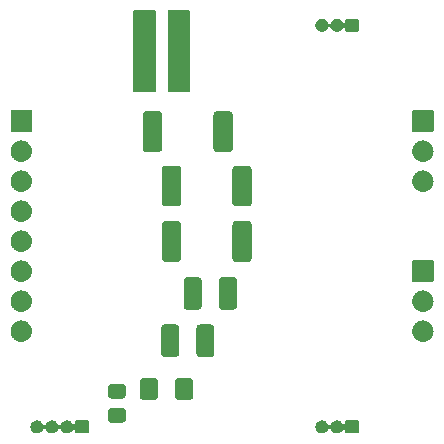
<source format=gbr>
G04 #@! TF.GenerationSoftware,KiCad,Pcbnew,5.99.0-unknown-df3fabf~86~ubuntu18.04.1*
G04 #@! TF.CreationDate,2019-10-25T18:59:48-04:00*
G04 #@! TF.ProjectId,current_calibration_board,63757272-656e-4745-9f63-616c69627261,rev?*
G04 #@! TF.SameCoordinates,Original*
G04 #@! TF.FileFunction,Soldermask,Top*
G04 #@! TF.FilePolarity,Negative*
%FSLAX46Y46*%
G04 Gerber Fmt 4.6, Leading zero omitted, Abs format (unit mm)*
G04 Created by KiCad (PCBNEW 5.99.0-unknown-df3fabf~86~ubuntu18.04.1) date 2019-10-25 18:59:48*
%MOMM*%
%LPD*%
G04 APERTURE LIST*
G04 APERTURE END LIST*
G36*
X138659899Y-116451959D02*
G01*
X138676769Y-116463231D01*
X138688041Y-116480101D01*
X138694448Y-116512312D01*
X138694448Y-117487688D01*
X138691999Y-117500000D01*
X138688041Y-117519899D01*
X138676769Y-117536769D01*
X138659899Y-117548041D01*
X138640000Y-117551999D01*
X138627688Y-117554448D01*
X137652312Y-117554448D01*
X137620101Y-117548041D01*
X137603231Y-117536769D01*
X137591959Y-117519899D01*
X137585552Y-117487688D01*
X137585552Y-117329367D01*
X137565709Y-117261787D01*
X137512479Y-117215664D01*
X137442764Y-117205640D01*
X137378696Y-117234899D01*
X137364798Y-117252374D01*
X137362889Y-117257676D01*
X137340073Y-117289781D01*
X137325779Y-117316777D01*
X137301608Y-117343906D01*
X137275438Y-117380731D01*
X137251601Y-117400034D01*
X137237063Y-117416351D01*
X137199967Y-117441846D01*
X137158116Y-117475736D01*
X137137971Y-117484453D01*
X137127151Y-117491890D01*
X137076956Y-117510858D01*
X137019568Y-117535692D01*
X137006497Y-117537482D01*
X137002402Y-117539030D01*
X136940634Y-117546504D01*
X136907815Y-117551000D01*
X136838568Y-117551000D01*
X136731657Y-117537494D01*
X136671208Y-117513926D01*
X136643781Y-117508096D01*
X136622648Y-117494993D01*
X136607708Y-117489168D01*
X136566172Y-117459976D01*
X136515478Y-117428544D01*
X136504569Y-117416680D01*
X136498598Y-117412484D01*
X136459558Y-117367731D01*
X136413293Y-117317419D01*
X136379505Y-117251107D01*
X136346534Y-117187226D01*
X136297906Y-117136275D01*
X136229451Y-117119702D01*
X136162903Y-117142770D01*
X136124988Y-117186066D01*
X136105247Y-117223349D01*
X136092889Y-117257676D01*
X136070072Y-117289782D01*
X136055779Y-117316777D01*
X136031608Y-117343906D01*
X136005438Y-117380731D01*
X135981601Y-117400034D01*
X135967063Y-117416351D01*
X135929967Y-117441846D01*
X135888116Y-117475736D01*
X135867971Y-117484453D01*
X135857151Y-117491890D01*
X135806956Y-117510858D01*
X135749568Y-117535692D01*
X135736497Y-117537482D01*
X135732402Y-117539030D01*
X135670634Y-117546504D01*
X135637815Y-117551000D01*
X135568568Y-117551000D01*
X135461657Y-117537494D01*
X135401208Y-117513926D01*
X135373781Y-117508096D01*
X135352648Y-117494993D01*
X135337708Y-117489168D01*
X135296172Y-117459976D01*
X135245478Y-117428544D01*
X135234569Y-117416680D01*
X135228598Y-117412484D01*
X135189558Y-117367731D01*
X135143293Y-117317419D01*
X135109505Y-117251107D01*
X135076534Y-117187226D01*
X135027906Y-117136275D01*
X134959451Y-117119702D01*
X134892903Y-117142770D01*
X134854988Y-117186066D01*
X134835247Y-117223349D01*
X134822889Y-117257676D01*
X134800072Y-117289782D01*
X134785779Y-117316777D01*
X134761608Y-117343906D01*
X134735438Y-117380731D01*
X134711601Y-117400034D01*
X134697063Y-117416351D01*
X134659967Y-117441846D01*
X134618116Y-117475736D01*
X134597971Y-117484453D01*
X134587151Y-117491890D01*
X134536956Y-117510858D01*
X134479568Y-117535692D01*
X134466497Y-117537482D01*
X134462402Y-117539030D01*
X134400634Y-117546504D01*
X134367815Y-117551000D01*
X134298568Y-117551000D01*
X134191657Y-117537494D01*
X134131208Y-117513926D01*
X134103781Y-117508096D01*
X134082648Y-117494993D01*
X134067708Y-117489168D01*
X134026172Y-117459976D01*
X133975478Y-117428544D01*
X133964569Y-117416680D01*
X133958598Y-117412484D01*
X133919558Y-117367731D01*
X133873293Y-117317419D01*
X133839500Y-117251097D01*
X133809760Y-117193476D01*
X133809420Y-117192061D01*
X133804757Y-117182909D01*
X133791822Y-117118760D01*
X133778626Y-117063796D01*
X133778680Y-117053583D01*
X133774917Y-117034923D01*
X133779074Y-116978318D01*
X133779325Y-116930434D01*
X133783940Y-116912060D01*
X133785974Y-116884364D01*
X133802256Y-116839139D01*
X133811813Y-116801089D01*
X133824753Y-116776650D01*
X133837111Y-116742324D01*
X133859928Y-116710218D01*
X133874221Y-116683223D01*
X133898392Y-116656094D01*
X133924562Y-116619269D01*
X133948399Y-116599966D01*
X133962937Y-116583649D01*
X134000033Y-116558154D01*
X134041884Y-116524264D01*
X134062029Y-116515547D01*
X134072849Y-116508110D01*
X134123044Y-116489142D01*
X134180432Y-116464308D01*
X134193503Y-116462518D01*
X134197598Y-116460970D01*
X134259366Y-116453496D01*
X134292185Y-116449000D01*
X134361432Y-116449000D01*
X134468343Y-116462506D01*
X134528792Y-116486074D01*
X134556219Y-116491904D01*
X134577352Y-116505007D01*
X134592292Y-116510832D01*
X134633828Y-116540024D01*
X134684522Y-116571456D01*
X134695431Y-116583320D01*
X134701402Y-116587516D01*
X134740442Y-116632269D01*
X134786707Y-116682581D01*
X134820495Y-116748893D01*
X134853466Y-116812774D01*
X134902094Y-116863725D01*
X134970549Y-116880298D01*
X135037097Y-116857230D01*
X135075012Y-116813934D01*
X135094753Y-116776651D01*
X135107111Y-116742324D01*
X135129928Y-116710218D01*
X135144221Y-116683223D01*
X135168392Y-116656094D01*
X135194562Y-116619269D01*
X135218399Y-116599966D01*
X135232937Y-116583649D01*
X135270033Y-116558154D01*
X135311884Y-116524264D01*
X135332029Y-116515547D01*
X135342849Y-116508110D01*
X135393044Y-116489142D01*
X135450432Y-116464308D01*
X135463503Y-116462518D01*
X135467598Y-116460970D01*
X135529366Y-116453496D01*
X135562185Y-116449000D01*
X135631432Y-116449000D01*
X135738343Y-116462506D01*
X135798792Y-116486074D01*
X135826219Y-116491904D01*
X135847352Y-116505007D01*
X135862292Y-116510832D01*
X135903828Y-116540024D01*
X135954522Y-116571456D01*
X135965431Y-116583320D01*
X135971402Y-116587516D01*
X136010442Y-116632269D01*
X136056707Y-116682581D01*
X136090495Y-116748893D01*
X136123466Y-116812774D01*
X136172094Y-116863725D01*
X136240549Y-116880298D01*
X136307097Y-116857230D01*
X136345012Y-116813934D01*
X136364753Y-116776651D01*
X136377111Y-116742324D01*
X136399928Y-116710218D01*
X136414221Y-116683223D01*
X136438392Y-116656094D01*
X136464562Y-116619269D01*
X136488399Y-116599966D01*
X136502937Y-116583649D01*
X136540033Y-116558154D01*
X136581884Y-116524264D01*
X136602029Y-116515547D01*
X136612849Y-116508110D01*
X136663044Y-116489142D01*
X136720432Y-116464308D01*
X136733503Y-116462518D01*
X136737598Y-116460970D01*
X136799366Y-116453496D01*
X136832185Y-116449000D01*
X136901432Y-116449000D01*
X137008343Y-116462506D01*
X137068792Y-116486074D01*
X137096219Y-116491904D01*
X137117352Y-116505007D01*
X137132292Y-116510832D01*
X137173828Y-116540024D01*
X137224522Y-116571456D01*
X137235431Y-116583320D01*
X137241402Y-116587516D01*
X137280442Y-116632269D01*
X137326707Y-116682581D01*
X137349780Y-116727864D01*
X137398105Y-116778498D01*
X137466560Y-116795071D01*
X137533108Y-116772003D01*
X137576620Y-116716618D01*
X137585552Y-116670216D01*
X137585552Y-116512312D01*
X137591959Y-116480101D01*
X137603231Y-116463231D01*
X137620101Y-116451959D01*
X137652312Y-116445552D01*
X138627688Y-116445552D01*
X138659899Y-116451959D01*
G37*
G36*
X161519899Y-116451959D02*
G01*
X161536769Y-116463231D01*
X161548041Y-116480101D01*
X161554448Y-116512312D01*
X161554448Y-117487688D01*
X161551999Y-117500000D01*
X161548041Y-117519899D01*
X161536769Y-117536769D01*
X161519899Y-117548041D01*
X161500000Y-117551999D01*
X161487688Y-117554448D01*
X160512312Y-117554448D01*
X160480101Y-117548041D01*
X160463231Y-117536769D01*
X160451959Y-117519899D01*
X160445552Y-117487688D01*
X160445552Y-117329367D01*
X160425709Y-117261787D01*
X160372479Y-117215664D01*
X160302764Y-117205640D01*
X160238696Y-117234899D01*
X160224798Y-117252374D01*
X160222889Y-117257676D01*
X160200073Y-117289781D01*
X160185779Y-117316777D01*
X160161608Y-117343906D01*
X160135438Y-117380731D01*
X160111601Y-117400034D01*
X160097063Y-117416351D01*
X160059967Y-117441846D01*
X160018116Y-117475736D01*
X159997971Y-117484453D01*
X159987151Y-117491890D01*
X159936956Y-117510858D01*
X159879568Y-117535692D01*
X159866497Y-117537482D01*
X159862402Y-117539030D01*
X159800634Y-117546504D01*
X159767815Y-117551000D01*
X159698568Y-117551000D01*
X159591657Y-117537494D01*
X159531208Y-117513926D01*
X159503781Y-117508096D01*
X159482648Y-117494993D01*
X159467708Y-117489168D01*
X159426172Y-117459976D01*
X159375478Y-117428544D01*
X159364569Y-117416680D01*
X159358598Y-117412484D01*
X159319558Y-117367731D01*
X159273293Y-117317419D01*
X159239505Y-117251107D01*
X159206534Y-117187226D01*
X159157906Y-117136275D01*
X159089451Y-117119702D01*
X159022903Y-117142770D01*
X158984988Y-117186066D01*
X158965247Y-117223349D01*
X158952889Y-117257676D01*
X158930072Y-117289782D01*
X158915779Y-117316777D01*
X158891608Y-117343906D01*
X158865438Y-117380731D01*
X158841601Y-117400034D01*
X158827063Y-117416351D01*
X158789967Y-117441846D01*
X158748116Y-117475736D01*
X158727971Y-117484453D01*
X158717151Y-117491890D01*
X158666956Y-117510858D01*
X158609568Y-117535692D01*
X158596497Y-117537482D01*
X158592402Y-117539030D01*
X158530634Y-117546504D01*
X158497815Y-117551000D01*
X158428568Y-117551000D01*
X158321657Y-117537494D01*
X158261208Y-117513926D01*
X158233781Y-117508096D01*
X158212648Y-117494993D01*
X158197708Y-117489168D01*
X158156172Y-117459976D01*
X158105478Y-117428544D01*
X158094569Y-117416680D01*
X158088598Y-117412484D01*
X158049558Y-117367731D01*
X158003293Y-117317419D01*
X157969500Y-117251097D01*
X157939760Y-117193476D01*
X157939420Y-117192061D01*
X157934757Y-117182909D01*
X157921822Y-117118760D01*
X157908626Y-117063796D01*
X157908680Y-117053583D01*
X157904917Y-117034923D01*
X157909074Y-116978318D01*
X157909325Y-116930434D01*
X157913940Y-116912060D01*
X157915974Y-116884364D01*
X157932256Y-116839139D01*
X157941813Y-116801089D01*
X157954753Y-116776650D01*
X157967111Y-116742324D01*
X157989928Y-116710218D01*
X158004221Y-116683223D01*
X158028392Y-116656094D01*
X158054562Y-116619269D01*
X158078399Y-116599966D01*
X158092937Y-116583649D01*
X158130033Y-116558154D01*
X158171884Y-116524264D01*
X158192029Y-116515547D01*
X158202849Y-116508110D01*
X158253044Y-116489142D01*
X158310432Y-116464308D01*
X158323503Y-116462518D01*
X158327598Y-116460970D01*
X158389366Y-116453496D01*
X158422185Y-116449000D01*
X158491432Y-116449000D01*
X158598343Y-116462506D01*
X158658792Y-116486074D01*
X158686219Y-116491904D01*
X158707352Y-116505007D01*
X158722292Y-116510832D01*
X158763828Y-116540024D01*
X158814522Y-116571456D01*
X158825431Y-116583320D01*
X158831402Y-116587516D01*
X158870442Y-116632269D01*
X158916707Y-116682581D01*
X158950495Y-116748893D01*
X158983466Y-116812774D01*
X159032094Y-116863725D01*
X159100549Y-116880298D01*
X159167097Y-116857230D01*
X159205012Y-116813934D01*
X159224753Y-116776651D01*
X159237111Y-116742324D01*
X159259928Y-116710218D01*
X159274221Y-116683223D01*
X159298392Y-116656094D01*
X159324562Y-116619269D01*
X159348399Y-116599966D01*
X159362937Y-116583649D01*
X159400033Y-116558154D01*
X159441884Y-116524264D01*
X159462029Y-116515547D01*
X159472849Y-116508110D01*
X159523044Y-116489142D01*
X159580432Y-116464308D01*
X159593503Y-116462518D01*
X159597598Y-116460970D01*
X159659366Y-116453496D01*
X159692185Y-116449000D01*
X159761432Y-116449000D01*
X159868343Y-116462506D01*
X159928792Y-116486074D01*
X159956219Y-116491904D01*
X159977352Y-116505007D01*
X159992292Y-116510832D01*
X160033828Y-116540024D01*
X160084522Y-116571456D01*
X160095431Y-116583320D01*
X160101402Y-116587516D01*
X160140442Y-116632269D01*
X160186707Y-116682581D01*
X160209780Y-116727864D01*
X160258105Y-116778498D01*
X160326560Y-116795071D01*
X160393108Y-116772003D01*
X160436620Y-116716618D01*
X160445552Y-116670216D01*
X160445552Y-116512312D01*
X160451959Y-116480101D01*
X160463231Y-116463231D01*
X160480101Y-116451959D01*
X160512312Y-116445552D01*
X161487688Y-116445552D01*
X161519899Y-116451959D01*
G37*
G36*
X141636756Y-115411764D02*
G01*
X141648227Y-115417288D01*
X141656287Y-115418795D01*
X141673547Y-115429482D01*
X141718638Y-115451197D01*
X141738738Y-115469847D01*
X141751964Y-115478036D01*
X141762265Y-115491676D01*
X141785264Y-115513016D01*
X141807614Y-115551727D01*
X141819781Y-115567839D01*
X141821751Y-115576213D01*
X141829506Y-115589646D01*
X141848419Y-115689601D01*
X141851883Y-115704330D01*
X141851883Y-115707909D01*
X141853194Y-115714838D01*
X141853194Y-116337517D01*
X141838236Y-116436756D01*
X141832712Y-116448227D01*
X141831205Y-116456287D01*
X141820518Y-116473547D01*
X141798803Y-116518638D01*
X141780153Y-116538738D01*
X141771964Y-116551964D01*
X141758324Y-116562265D01*
X141736984Y-116585264D01*
X141698273Y-116607614D01*
X141682161Y-116619781D01*
X141673787Y-116621751D01*
X141660354Y-116629506D01*
X141560399Y-116648419D01*
X141545670Y-116651883D01*
X141542091Y-116651883D01*
X141535162Y-116653194D01*
X140662483Y-116653194D01*
X140563244Y-116638236D01*
X140551773Y-116632712D01*
X140543713Y-116631205D01*
X140526453Y-116620518D01*
X140481362Y-116598803D01*
X140461262Y-116580153D01*
X140448036Y-116571964D01*
X140437735Y-116558324D01*
X140414736Y-116536984D01*
X140392386Y-116498273D01*
X140380219Y-116482161D01*
X140378249Y-116473787D01*
X140370494Y-116460354D01*
X140351581Y-116360399D01*
X140348117Y-116345670D01*
X140348117Y-116342091D01*
X140346806Y-116335162D01*
X140346806Y-115712483D01*
X140361764Y-115613244D01*
X140367288Y-115601773D01*
X140368795Y-115593713D01*
X140379482Y-115576453D01*
X140401197Y-115531362D01*
X140419847Y-115511262D01*
X140428036Y-115498036D01*
X140441676Y-115487735D01*
X140463016Y-115464736D01*
X140501727Y-115442386D01*
X140517839Y-115430219D01*
X140526213Y-115428249D01*
X140539646Y-115420494D01*
X140639601Y-115401581D01*
X140654330Y-115398117D01*
X140657909Y-115398117D01*
X140664838Y-115396806D01*
X141537517Y-115396806D01*
X141636756Y-115411764D01*
G37*
G36*
X147336756Y-112886764D02*
G01*
X147348228Y-112892289D01*
X147356286Y-112893795D01*
X147373543Y-112904480D01*
X147418638Y-112926197D01*
X147438738Y-112944847D01*
X147451964Y-112953036D01*
X147462264Y-112966676D01*
X147485265Y-112988017D01*
X147507617Y-113026732D01*
X147519781Y-113042840D01*
X147521750Y-113051212D01*
X147529506Y-113064646D01*
X147548419Y-113164603D01*
X147551883Y-113179331D01*
X147551883Y-113182910D01*
X147553194Y-113189839D01*
X147553194Y-114412516D01*
X147538236Y-114511756D01*
X147532711Y-114523228D01*
X147531205Y-114531286D01*
X147520520Y-114548543D01*
X147498803Y-114593638D01*
X147480153Y-114613738D01*
X147471964Y-114626964D01*
X147458324Y-114637264D01*
X147436983Y-114660265D01*
X147398268Y-114682617D01*
X147382160Y-114694781D01*
X147373788Y-114696750D01*
X147360354Y-114704506D01*
X147260397Y-114723419D01*
X147245669Y-114726883D01*
X147242090Y-114726883D01*
X147235161Y-114728194D01*
X146337484Y-114728194D01*
X146238244Y-114713236D01*
X146226772Y-114707711D01*
X146218714Y-114706205D01*
X146201457Y-114695520D01*
X146156362Y-114673803D01*
X146136262Y-114655153D01*
X146123036Y-114646964D01*
X146112736Y-114633324D01*
X146089735Y-114611983D01*
X146067383Y-114573268D01*
X146055219Y-114557160D01*
X146053250Y-114548788D01*
X146045494Y-114535354D01*
X146026581Y-114435397D01*
X146023117Y-114420669D01*
X146023117Y-114417090D01*
X146021806Y-114410161D01*
X146021806Y-113187484D01*
X146036764Y-113088244D01*
X146042289Y-113076772D01*
X146043795Y-113068714D01*
X146054480Y-113051457D01*
X146076197Y-113006362D01*
X146094847Y-112986262D01*
X146103036Y-112973036D01*
X146116676Y-112962736D01*
X146138017Y-112939735D01*
X146176732Y-112917383D01*
X146192840Y-112905219D01*
X146201212Y-112903250D01*
X146214646Y-112895494D01*
X146314603Y-112876581D01*
X146329331Y-112873117D01*
X146332910Y-112873117D01*
X146339839Y-112871806D01*
X147237516Y-112871806D01*
X147336756Y-112886764D01*
G37*
G36*
X144361756Y-112886764D02*
G01*
X144373228Y-112892289D01*
X144381286Y-112893795D01*
X144398543Y-112904480D01*
X144443638Y-112926197D01*
X144463738Y-112944847D01*
X144476964Y-112953036D01*
X144487264Y-112966676D01*
X144510265Y-112988017D01*
X144532617Y-113026732D01*
X144544781Y-113042840D01*
X144546750Y-113051212D01*
X144554506Y-113064646D01*
X144573419Y-113164603D01*
X144576883Y-113179331D01*
X144576883Y-113182910D01*
X144578194Y-113189839D01*
X144578194Y-114412516D01*
X144563236Y-114511756D01*
X144557711Y-114523228D01*
X144556205Y-114531286D01*
X144545520Y-114548543D01*
X144523803Y-114593638D01*
X144505153Y-114613738D01*
X144496964Y-114626964D01*
X144483324Y-114637264D01*
X144461983Y-114660265D01*
X144423268Y-114682617D01*
X144407160Y-114694781D01*
X144398788Y-114696750D01*
X144385354Y-114704506D01*
X144285397Y-114723419D01*
X144270669Y-114726883D01*
X144267090Y-114726883D01*
X144260161Y-114728194D01*
X143362484Y-114728194D01*
X143263244Y-114713236D01*
X143251772Y-114707711D01*
X143243714Y-114706205D01*
X143226457Y-114695520D01*
X143181362Y-114673803D01*
X143161262Y-114655153D01*
X143148036Y-114646964D01*
X143137736Y-114633324D01*
X143114735Y-114611983D01*
X143092383Y-114573268D01*
X143080219Y-114557160D01*
X143078250Y-114548788D01*
X143070494Y-114535354D01*
X143051581Y-114435397D01*
X143048117Y-114420669D01*
X143048117Y-114417090D01*
X143046806Y-114410161D01*
X143046806Y-113187484D01*
X143061764Y-113088244D01*
X143067289Y-113076772D01*
X143068795Y-113068714D01*
X143079480Y-113051457D01*
X143101197Y-113006362D01*
X143119847Y-112986262D01*
X143128036Y-112973036D01*
X143141676Y-112962736D01*
X143163017Y-112939735D01*
X143201732Y-112917383D01*
X143217840Y-112905219D01*
X143226212Y-112903250D01*
X143239646Y-112895494D01*
X143339603Y-112876581D01*
X143354331Y-112873117D01*
X143357910Y-112873117D01*
X143364839Y-112871806D01*
X144262516Y-112871806D01*
X144361756Y-112886764D01*
G37*
G36*
X141636756Y-113361764D02*
G01*
X141648227Y-113367288D01*
X141656287Y-113368795D01*
X141673547Y-113379482D01*
X141718638Y-113401197D01*
X141738738Y-113419847D01*
X141751964Y-113428036D01*
X141762265Y-113441676D01*
X141785264Y-113463016D01*
X141807614Y-113501727D01*
X141819781Y-113517839D01*
X141821751Y-113526213D01*
X141829506Y-113539646D01*
X141848419Y-113639601D01*
X141851883Y-113654330D01*
X141851883Y-113657909D01*
X141853194Y-113664838D01*
X141853194Y-114287517D01*
X141838236Y-114386756D01*
X141832712Y-114398227D01*
X141831205Y-114406287D01*
X141820518Y-114423547D01*
X141798803Y-114468638D01*
X141780153Y-114488738D01*
X141771964Y-114501964D01*
X141758324Y-114512265D01*
X141736984Y-114535264D01*
X141698273Y-114557614D01*
X141682161Y-114569781D01*
X141673787Y-114571751D01*
X141660354Y-114579506D01*
X141560399Y-114598419D01*
X141545670Y-114601883D01*
X141542091Y-114601883D01*
X141535162Y-114603194D01*
X140662483Y-114603194D01*
X140563244Y-114588236D01*
X140551773Y-114582712D01*
X140543713Y-114581205D01*
X140526453Y-114570518D01*
X140481362Y-114548803D01*
X140461262Y-114530153D01*
X140448036Y-114521964D01*
X140437735Y-114508324D01*
X140414736Y-114486984D01*
X140392386Y-114448273D01*
X140380219Y-114432161D01*
X140378249Y-114423787D01*
X140370494Y-114410354D01*
X140351581Y-114310399D01*
X140348117Y-114295670D01*
X140348117Y-114292091D01*
X140346806Y-114285162D01*
X140346806Y-113662483D01*
X140361764Y-113563244D01*
X140367288Y-113551773D01*
X140368795Y-113543713D01*
X140379482Y-113526453D01*
X140401197Y-113481362D01*
X140419847Y-113461262D01*
X140428036Y-113448036D01*
X140441676Y-113437735D01*
X140463016Y-113414736D01*
X140501727Y-113392386D01*
X140517839Y-113380219D01*
X140526213Y-113378249D01*
X140539646Y-113370494D01*
X140639601Y-113351581D01*
X140654330Y-113348117D01*
X140657909Y-113348117D01*
X140664838Y-113346806D01*
X141537517Y-113346806D01*
X141636756Y-113361764D01*
G37*
G36*
X149136756Y-108336764D02*
G01*
X149148228Y-108342289D01*
X149156286Y-108343795D01*
X149173543Y-108354480D01*
X149218638Y-108376197D01*
X149238738Y-108394847D01*
X149251964Y-108403036D01*
X149262264Y-108416676D01*
X149285265Y-108438017D01*
X149307617Y-108476732D01*
X149319781Y-108492840D01*
X149321750Y-108501212D01*
X149329506Y-108514646D01*
X149348419Y-108614603D01*
X149351883Y-108629331D01*
X149351883Y-108632910D01*
X149353194Y-108639839D01*
X149353194Y-110762516D01*
X149338236Y-110861756D01*
X149332711Y-110873228D01*
X149331205Y-110881286D01*
X149320520Y-110898543D01*
X149298803Y-110943638D01*
X149280153Y-110963738D01*
X149271964Y-110976964D01*
X149258324Y-110987264D01*
X149236983Y-111010265D01*
X149198268Y-111032617D01*
X149182160Y-111044781D01*
X149173788Y-111046750D01*
X149160354Y-111054506D01*
X149060397Y-111073419D01*
X149045669Y-111076883D01*
X149042090Y-111076883D01*
X149035161Y-111078194D01*
X148137484Y-111078194D01*
X148038244Y-111063236D01*
X148026772Y-111057711D01*
X148018714Y-111056205D01*
X148001457Y-111045520D01*
X147956362Y-111023803D01*
X147936262Y-111005153D01*
X147923036Y-110996964D01*
X147912736Y-110983324D01*
X147889735Y-110961983D01*
X147867383Y-110923268D01*
X147855219Y-110907160D01*
X147853250Y-110898788D01*
X147845494Y-110885354D01*
X147826581Y-110785397D01*
X147823117Y-110770669D01*
X147823117Y-110767090D01*
X147821806Y-110760161D01*
X147821806Y-108637484D01*
X147836764Y-108538244D01*
X147842289Y-108526772D01*
X147843795Y-108518714D01*
X147854480Y-108501457D01*
X147876197Y-108456362D01*
X147894847Y-108436262D01*
X147903036Y-108423036D01*
X147916676Y-108412736D01*
X147938017Y-108389735D01*
X147976732Y-108367383D01*
X147992840Y-108355219D01*
X148001212Y-108353250D01*
X148014646Y-108345494D01*
X148114603Y-108326581D01*
X148129331Y-108323117D01*
X148132910Y-108323117D01*
X148139839Y-108321806D01*
X149037516Y-108321806D01*
X149136756Y-108336764D01*
G37*
G36*
X146161756Y-108336764D02*
G01*
X146173228Y-108342289D01*
X146181286Y-108343795D01*
X146198543Y-108354480D01*
X146243638Y-108376197D01*
X146263738Y-108394847D01*
X146276964Y-108403036D01*
X146287264Y-108416676D01*
X146310265Y-108438017D01*
X146332617Y-108476732D01*
X146344781Y-108492840D01*
X146346750Y-108501212D01*
X146354506Y-108514646D01*
X146373419Y-108614603D01*
X146376883Y-108629331D01*
X146376883Y-108632910D01*
X146378194Y-108639839D01*
X146378194Y-110762516D01*
X146363236Y-110861756D01*
X146357711Y-110873228D01*
X146356205Y-110881286D01*
X146345520Y-110898543D01*
X146323803Y-110943638D01*
X146305153Y-110963738D01*
X146296964Y-110976964D01*
X146283324Y-110987264D01*
X146261983Y-111010265D01*
X146223268Y-111032617D01*
X146207160Y-111044781D01*
X146198788Y-111046750D01*
X146185354Y-111054506D01*
X146085397Y-111073419D01*
X146070669Y-111076883D01*
X146067090Y-111076883D01*
X146060161Y-111078194D01*
X145162484Y-111078194D01*
X145063244Y-111063236D01*
X145051772Y-111057711D01*
X145043714Y-111056205D01*
X145026457Y-111045520D01*
X144981362Y-111023803D01*
X144961262Y-111005153D01*
X144948036Y-110996964D01*
X144937736Y-110983324D01*
X144914735Y-110961983D01*
X144892383Y-110923268D01*
X144880219Y-110907160D01*
X144878250Y-110898788D01*
X144870494Y-110885354D01*
X144851581Y-110785397D01*
X144848117Y-110770669D01*
X144848117Y-110767090D01*
X144846806Y-110760161D01*
X144846806Y-108637484D01*
X144861764Y-108538244D01*
X144867289Y-108526772D01*
X144868795Y-108518714D01*
X144879480Y-108501457D01*
X144901197Y-108456362D01*
X144919847Y-108436262D01*
X144928036Y-108423036D01*
X144941676Y-108412736D01*
X144963017Y-108389735D01*
X145001732Y-108367383D01*
X145017840Y-108355219D01*
X145026212Y-108353250D01*
X145039646Y-108345494D01*
X145139603Y-108326581D01*
X145154331Y-108323117D01*
X145157910Y-108323117D01*
X145164839Y-108321806D01*
X146062516Y-108321806D01*
X146161756Y-108336764D01*
G37*
G36*
X133188360Y-108003835D02*
G01*
X133269397Y-108030166D01*
X133356663Y-108057848D01*
X133359655Y-108059493D01*
X133368488Y-108062363D01*
X133440466Y-108103919D01*
X133511499Y-108142970D01*
X133518986Y-108149253D01*
X133532511Y-108157061D01*
X133590259Y-108209057D01*
X133646857Y-108256549D01*
X133656962Y-108269118D01*
X133673261Y-108283793D01*
X133715454Y-108341867D01*
X133757579Y-108394260D01*
X133767994Y-108414182D01*
X133784586Y-108437019D01*
X133811297Y-108497012D01*
X133839439Y-108550843D01*
X133847582Y-108578510D01*
X133861621Y-108610042D01*
X133873992Y-108668241D01*
X133889328Y-108720349D01*
X133892518Y-108755401D01*
X133900999Y-108795301D01*
X133900999Y-108848592D01*
X133905343Y-108896324D01*
X133900999Y-108937653D01*
X133900999Y-108984699D01*
X133891217Y-109030721D01*
X133886873Y-109072047D01*
X133872702Y-109117827D01*
X133861621Y-109169958D01*
X133845028Y-109207226D01*
X133834622Y-109240843D01*
X133808789Y-109288620D01*
X133784586Y-109342981D01*
X133764298Y-109370905D01*
X133750580Y-109396276D01*
X133711859Y-109443082D01*
X133673261Y-109496207D01*
X133652284Y-109515095D01*
X133637952Y-109532419D01*
X133585845Y-109574917D01*
X133532511Y-109622939D01*
X133513524Y-109633901D01*
X133501025Y-109644095D01*
X133435780Y-109678786D01*
X133368488Y-109717637D01*
X133353636Y-109722463D01*
X133345003Y-109727053D01*
X133267430Y-109750473D01*
X133188360Y-109776165D01*
X133179114Y-109777137D01*
X133175851Y-109778122D01*
X133084710Y-109787059D01*
X133047211Y-109791000D01*
X132952789Y-109791000D01*
X132811640Y-109776165D01*
X132730603Y-109749834D01*
X132643337Y-109722152D01*
X132640345Y-109720507D01*
X132631512Y-109717637D01*
X132559534Y-109676081D01*
X132488501Y-109637030D01*
X132481014Y-109630747D01*
X132467489Y-109622939D01*
X132409741Y-109570943D01*
X132353143Y-109523451D01*
X132343038Y-109510882D01*
X132326739Y-109496207D01*
X132284546Y-109438133D01*
X132242421Y-109385740D01*
X132232006Y-109365818D01*
X132215414Y-109342981D01*
X132188703Y-109282988D01*
X132160561Y-109229157D01*
X132152418Y-109201490D01*
X132138379Y-109169958D01*
X132126008Y-109111759D01*
X132110672Y-109059651D01*
X132107482Y-109024599D01*
X132099001Y-108984699D01*
X132099001Y-108931408D01*
X132094657Y-108883676D01*
X132099001Y-108842347D01*
X132099001Y-108795301D01*
X132108783Y-108749279D01*
X132113127Y-108707953D01*
X132127298Y-108662173D01*
X132138379Y-108610042D01*
X132154972Y-108572774D01*
X132165378Y-108539157D01*
X132191211Y-108491380D01*
X132215414Y-108437019D01*
X132235702Y-108409095D01*
X132249420Y-108383724D01*
X132288141Y-108336918D01*
X132326739Y-108283793D01*
X132347716Y-108264905D01*
X132362048Y-108247581D01*
X132414155Y-108205083D01*
X132467489Y-108157061D01*
X132486476Y-108146099D01*
X132498975Y-108135905D01*
X132564220Y-108101214D01*
X132631512Y-108062363D01*
X132646364Y-108057537D01*
X132654997Y-108052947D01*
X132732570Y-108029527D01*
X132811640Y-108003835D01*
X132820886Y-108002863D01*
X132824149Y-108001878D01*
X132915290Y-107992941D01*
X132952789Y-107989000D01*
X133047211Y-107989000D01*
X133188360Y-108003835D01*
G37*
G36*
X167188360Y-108003835D02*
G01*
X167269397Y-108030166D01*
X167356663Y-108057848D01*
X167359655Y-108059493D01*
X167368488Y-108062363D01*
X167440466Y-108103919D01*
X167511499Y-108142970D01*
X167518986Y-108149253D01*
X167532511Y-108157061D01*
X167590259Y-108209057D01*
X167646857Y-108256549D01*
X167656962Y-108269118D01*
X167673261Y-108283793D01*
X167715454Y-108341867D01*
X167757579Y-108394260D01*
X167767994Y-108414182D01*
X167784586Y-108437019D01*
X167811297Y-108497012D01*
X167839439Y-108550843D01*
X167847582Y-108578510D01*
X167861621Y-108610042D01*
X167873992Y-108668241D01*
X167889328Y-108720349D01*
X167892518Y-108755401D01*
X167900999Y-108795301D01*
X167900999Y-108848592D01*
X167905343Y-108896324D01*
X167900999Y-108937653D01*
X167900999Y-108984699D01*
X167891217Y-109030721D01*
X167886873Y-109072047D01*
X167872702Y-109117827D01*
X167861621Y-109169958D01*
X167845028Y-109207226D01*
X167834622Y-109240843D01*
X167808789Y-109288620D01*
X167784586Y-109342981D01*
X167764298Y-109370905D01*
X167750580Y-109396276D01*
X167711859Y-109443082D01*
X167673261Y-109496207D01*
X167652284Y-109515095D01*
X167637952Y-109532419D01*
X167585845Y-109574917D01*
X167532511Y-109622939D01*
X167513524Y-109633901D01*
X167501025Y-109644095D01*
X167435780Y-109678786D01*
X167368488Y-109717637D01*
X167353636Y-109722463D01*
X167345003Y-109727053D01*
X167267430Y-109750473D01*
X167188360Y-109776165D01*
X167179114Y-109777137D01*
X167175851Y-109778122D01*
X167084710Y-109787059D01*
X167047211Y-109791000D01*
X166952789Y-109791000D01*
X166811640Y-109776165D01*
X166730603Y-109749834D01*
X166643337Y-109722152D01*
X166640345Y-109720507D01*
X166631512Y-109717637D01*
X166559534Y-109676081D01*
X166488501Y-109637030D01*
X166481014Y-109630747D01*
X166467489Y-109622939D01*
X166409741Y-109570943D01*
X166353143Y-109523451D01*
X166343038Y-109510882D01*
X166326739Y-109496207D01*
X166284546Y-109438133D01*
X166242421Y-109385740D01*
X166232006Y-109365818D01*
X166215414Y-109342981D01*
X166188703Y-109282988D01*
X166160561Y-109229157D01*
X166152418Y-109201490D01*
X166138379Y-109169958D01*
X166126008Y-109111759D01*
X166110672Y-109059651D01*
X166107482Y-109024599D01*
X166099001Y-108984699D01*
X166099001Y-108931408D01*
X166094657Y-108883676D01*
X166099001Y-108842347D01*
X166099001Y-108795301D01*
X166108783Y-108749279D01*
X166113127Y-108707953D01*
X166127298Y-108662173D01*
X166138379Y-108610042D01*
X166154972Y-108572774D01*
X166165378Y-108539157D01*
X166191211Y-108491380D01*
X166215414Y-108437019D01*
X166235702Y-108409095D01*
X166249420Y-108383724D01*
X166288141Y-108336918D01*
X166326739Y-108283793D01*
X166347716Y-108264905D01*
X166362048Y-108247581D01*
X166414155Y-108205083D01*
X166467489Y-108157061D01*
X166486476Y-108146099D01*
X166498975Y-108135905D01*
X166564220Y-108101214D01*
X166631512Y-108062363D01*
X166646364Y-108057537D01*
X166654997Y-108052947D01*
X166732570Y-108029527D01*
X166811640Y-108003835D01*
X166820886Y-108002863D01*
X166824149Y-108001878D01*
X166915290Y-107992941D01*
X166952789Y-107989000D01*
X167047211Y-107989000D01*
X167188360Y-108003835D01*
G37*
G36*
X133188360Y-105463835D02*
G01*
X133269397Y-105490166D01*
X133356663Y-105517848D01*
X133359655Y-105519493D01*
X133368488Y-105522363D01*
X133440466Y-105563919D01*
X133511499Y-105602970D01*
X133518986Y-105609253D01*
X133532511Y-105617061D01*
X133590259Y-105669057D01*
X133646857Y-105716549D01*
X133656962Y-105729118D01*
X133673261Y-105743793D01*
X133715454Y-105801867D01*
X133757579Y-105854260D01*
X133767994Y-105874182D01*
X133784586Y-105897019D01*
X133811297Y-105957012D01*
X133839439Y-106010843D01*
X133847582Y-106038510D01*
X133861621Y-106070042D01*
X133873992Y-106128241D01*
X133889328Y-106180349D01*
X133892518Y-106215401D01*
X133900999Y-106255301D01*
X133900999Y-106308592D01*
X133905343Y-106356324D01*
X133900999Y-106397653D01*
X133900999Y-106444699D01*
X133891217Y-106490721D01*
X133886873Y-106532047D01*
X133872702Y-106577827D01*
X133861621Y-106629958D01*
X133845028Y-106667226D01*
X133834622Y-106700843D01*
X133808789Y-106748620D01*
X133784586Y-106802981D01*
X133764298Y-106830905D01*
X133750580Y-106856276D01*
X133711859Y-106903082D01*
X133673261Y-106956207D01*
X133652284Y-106975095D01*
X133637952Y-106992419D01*
X133585845Y-107034917D01*
X133532511Y-107082939D01*
X133513524Y-107093901D01*
X133501025Y-107104095D01*
X133435780Y-107138786D01*
X133368488Y-107177637D01*
X133353636Y-107182463D01*
X133345003Y-107187053D01*
X133267430Y-107210473D01*
X133188360Y-107236165D01*
X133179114Y-107237137D01*
X133175851Y-107238122D01*
X133084710Y-107247059D01*
X133047211Y-107251000D01*
X132952789Y-107251000D01*
X132811640Y-107236165D01*
X132730603Y-107209834D01*
X132643337Y-107182152D01*
X132640345Y-107180507D01*
X132631512Y-107177637D01*
X132559534Y-107136081D01*
X132488501Y-107097030D01*
X132481014Y-107090747D01*
X132467489Y-107082939D01*
X132409741Y-107030943D01*
X132353143Y-106983451D01*
X132343038Y-106970882D01*
X132326739Y-106956207D01*
X132284546Y-106898133D01*
X132242421Y-106845740D01*
X132232006Y-106825818D01*
X132215414Y-106802981D01*
X132188703Y-106742988D01*
X132160561Y-106689157D01*
X132152418Y-106661490D01*
X132138379Y-106629958D01*
X132126008Y-106571759D01*
X132110672Y-106519651D01*
X132107482Y-106484599D01*
X132099001Y-106444699D01*
X132099001Y-106391408D01*
X132094657Y-106343676D01*
X132099001Y-106302347D01*
X132099001Y-106255301D01*
X132108783Y-106209279D01*
X132113127Y-106167953D01*
X132127298Y-106122173D01*
X132138379Y-106070042D01*
X132154972Y-106032774D01*
X132165378Y-105999157D01*
X132191211Y-105951380D01*
X132215414Y-105897019D01*
X132235702Y-105869095D01*
X132249420Y-105843724D01*
X132288141Y-105796918D01*
X132326739Y-105743793D01*
X132347716Y-105724905D01*
X132362048Y-105707581D01*
X132414155Y-105665083D01*
X132467489Y-105617061D01*
X132486476Y-105606099D01*
X132498975Y-105595905D01*
X132564220Y-105561214D01*
X132631512Y-105522363D01*
X132646364Y-105517537D01*
X132654997Y-105512947D01*
X132732570Y-105489527D01*
X132811640Y-105463835D01*
X132820886Y-105462863D01*
X132824149Y-105461878D01*
X132915290Y-105452941D01*
X132952789Y-105449000D01*
X133047211Y-105449000D01*
X133188360Y-105463835D01*
G37*
G36*
X167188360Y-105463835D02*
G01*
X167269397Y-105490166D01*
X167356663Y-105517848D01*
X167359655Y-105519493D01*
X167368488Y-105522363D01*
X167440466Y-105563919D01*
X167511499Y-105602970D01*
X167518986Y-105609253D01*
X167532511Y-105617061D01*
X167590259Y-105669057D01*
X167646857Y-105716549D01*
X167656962Y-105729118D01*
X167673261Y-105743793D01*
X167715454Y-105801867D01*
X167757579Y-105854260D01*
X167767994Y-105874182D01*
X167784586Y-105897019D01*
X167811297Y-105957012D01*
X167839439Y-106010843D01*
X167847582Y-106038510D01*
X167861621Y-106070042D01*
X167873992Y-106128241D01*
X167889328Y-106180349D01*
X167892518Y-106215401D01*
X167900999Y-106255301D01*
X167900999Y-106308592D01*
X167905343Y-106356324D01*
X167900999Y-106397653D01*
X167900999Y-106444699D01*
X167891217Y-106490721D01*
X167886873Y-106532047D01*
X167872702Y-106577827D01*
X167861621Y-106629958D01*
X167845028Y-106667226D01*
X167834622Y-106700843D01*
X167808789Y-106748620D01*
X167784586Y-106802981D01*
X167764298Y-106830905D01*
X167750580Y-106856276D01*
X167711859Y-106903082D01*
X167673261Y-106956207D01*
X167652284Y-106975095D01*
X167637952Y-106992419D01*
X167585845Y-107034917D01*
X167532511Y-107082939D01*
X167513524Y-107093901D01*
X167501025Y-107104095D01*
X167435780Y-107138786D01*
X167368488Y-107177637D01*
X167353636Y-107182463D01*
X167345003Y-107187053D01*
X167267430Y-107210473D01*
X167188360Y-107236165D01*
X167179114Y-107237137D01*
X167175851Y-107238122D01*
X167084710Y-107247059D01*
X167047211Y-107251000D01*
X166952789Y-107251000D01*
X166811640Y-107236165D01*
X166730603Y-107209834D01*
X166643337Y-107182152D01*
X166640345Y-107180507D01*
X166631512Y-107177637D01*
X166559534Y-107136081D01*
X166488501Y-107097030D01*
X166481014Y-107090747D01*
X166467489Y-107082939D01*
X166409741Y-107030943D01*
X166353143Y-106983451D01*
X166343038Y-106970882D01*
X166326739Y-106956207D01*
X166284546Y-106898133D01*
X166242421Y-106845740D01*
X166232006Y-106825818D01*
X166215414Y-106802981D01*
X166188703Y-106742988D01*
X166160561Y-106689157D01*
X166152418Y-106661490D01*
X166138379Y-106629958D01*
X166126008Y-106571759D01*
X166110672Y-106519651D01*
X166107482Y-106484599D01*
X166099001Y-106444699D01*
X166099001Y-106391408D01*
X166094657Y-106343676D01*
X166099001Y-106302347D01*
X166099001Y-106255301D01*
X166108783Y-106209279D01*
X166113127Y-106167953D01*
X166127298Y-106122173D01*
X166138379Y-106070042D01*
X166154972Y-106032774D01*
X166165378Y-105999157D01*
X166191211Y-105951380D01*
X166215414Y-105897019D01*
X166235702Y-105869095D01*
X166249420Y-105843724D01*
X166288141Y-105796918D01*
X166326739Y-105743793D01*
X166347716Y-105724905D01*
X166362048Y-105707581D01*
X166414155Y-105665083D01*
X166467489Y-105617061D01*
X166486476Y-105606099D01*
X166498975Y-105595905D01*
X166564220Y-105561214D01*
X166631512Y-105522363D01*
X166646364Y-105517537D01*
X166654997Y-105512947D01*
X166732570Y-105489527D01*
X166811640Y-105463835D01*
X166820886Y-105462863D01*
X166824149Y-105461878D01*
X166915290Y-105452941D01*
X166952789Y-105449000D01*
X167047211Y-105449000D01*
X167188360Y-105463835D01*
G37*
G36*
X148061756Y-104336764D02*
G01*
X148073228Y-104342289D01*
X148081286Y-104343795D01*
X148098543Y-104354480D01*
X148143638Y-104376197D01*
X148163738Y-104394847D01*
X148176964Y-104403036D01*
X148187264Y-104416676D01*
X148210265Y-104438017D01*
X148232617Y-104476732D01*
X148244781Y-104492840D01*
X148246750Y-104501212D01*
X148254506Y-104514646D01*
X148273419Y-104614603D01*
X148276883Y-104629331D01*
X148276883Y-104632910D01*
X148278194Y-104639839D01*
X148278194Y-106762516D01*
X148263236Y-106861756D01*
X148257711Y-106873228D01*
X148256205Y-106881286D01*
X148245520Y-106898543D01*
X148223803Y-106943638D01*
X148205153Y-106963738D01*
X148196964Y-106976964D01*
X148183324Y-106987264D01*
X148161983Y-107010265D01*
X148123268Y-107032617D01*
X148107160Y-107044781D01*
X148098788Y-107046750D01*
X148085354Y-107054506D01*
X147985397Y-107073419D01*
X147970669Y-107076883D01*
X147967090Y-107076883D01*
X147960161Y-107078194D01*
X147062484Y-107078194D01*
X146963244Y-107063236D01*
X146951772Y-107057711D01*
X146943714Y-107056205D01*
X146926457Y-107045520D01*
X146881362Y-107023803D01*
X146861262Y-107005153D01*
X146848036Y-106996964D01*
X146837736Y-106983324D01*
X146814735Y-106961983D01*
X146792383Y-106923268D01*
X146780219Y-106907160D01*
X146778250Y-106898788D01*
X146770494Y-106885354D01*
X146751581Y-106785397D01*
X146748117Y-106770669D01*
X146748117Y-106767090D01*
X146746806Y-106760161D01*
X146746806Y-104637484D01*
X146761764Y-104538244D01*
X146767289Y-104526772D01*
X146768795Y-104518714D01*
X146779480Y-104501457D01*
X146801197Y-104456362D01*
X146819847Y-104436262D01*
X146828036Y-104423036D01*
X146841676Y-104412736D01*
X146863017Y-104389735D01*
X146901732Y-104367383D01*
X146917840Y-104355219D01*
X146926212Y-104353250D01*
X146939646Y-104345494D01*
X147039603Y-104326581D01*
X147054331Y-104323117D01*
X147057910Y-104323117D01*
X147064839Y-104321806D01*
X147962516Y-104321806D01*
X148061756Y-104336764D01*
G37*
G36*
X151036756Y-104336764D02*
G01*
X151048228Y-104342289D01*
X151056286Y-104343795D01*
X151073543Y-104354480D01*
X151118638Y-104376197D01*
X151138738Y-104394847D01*
X151151964Y-104403036D01*
X151162264Y-104416676D01*
X151185265Y-104438017D01*
X151207617Y-104476732D01*
X151219781Y-104492840D01*
X151221750Y-104501212D01*
X151229506Y-104514646D01*
X151248419Y-104614603D01*
X151251883Y-104629331D01*
X151251883Y-104632910D01*
X151253194Y-104639839D01*
X151253194Y-106762516D01*
X151238236Y-106861756D01*
X151232711Y-106873228D01*
X151231205Y-106881286D01*
X151220520Y-106898543D01*
X151198803Y-106943638D01*
X151180153Y-106963738D01*
X151171964Y-106976964D01*
X151158324Y-106987264D01*
X151136983Y-107010265D01*
X151098268Y-107032617D01*
X151082160Y-107044781D01*
X151073788Y-107046750D01*
X151060354Y-107054506D01*
X150960397Y-107073419D01*
X150945669Y-107076883D01*
X150942090Y-107076883D01*
X150935161Y-107078194D01*
X150037484Y-107078194D01*
X149938244Y-107063236D01*
X149926772Y-107057711D01*
X149918714Y-107056205D01*
X149901457Y-107045520D01*
X149856362Y-107023803D01*
X149836262Y-107005153D01*
X149823036Y-106996964D01*
X149812736Y-106983324D01*
X149789735Y-106961983D01*
X149767383Y-106923268D01*
X149755219Y-106907160D01*
X149753250Y-106898788D01*
X149745494Y-106885354D01*
X149726581Y-106785397D01*
X149723117Y-106770669D01*
X149723117Y-106767090D01*
X149721806Y-106760161D01*
X149721806Y-104637484D01*
X149736764Y-104538244D01*
X149742289Y-104526772D01*
X149743795Y-104518714D01*
X149754480Y-104501457D01*
X149776197Y-104456362D01*
X149794847Y-104436262D01*
X149803036Y-104423036D01*
X149816676Y-104412736D01*
X149838017Y-104389735D01*
X149876732Y-104367383D01*
X149892840Y-104355219D01*
X149901212Y-104353250D01*
X149914646Y-104345494D01*
X150014603Y-104326581D01*
X150029331Y-104323117D01*
X150032910Y-104323117D01*
X150039839Y-104321806D01*
X150937516Y-104321806D01*
X151036756Y-104336764D01*
G37*
G36*
X167869899Y-102911959D02*
G01*
X167886769Y-102923231D01*
X167898041Y-102940101D01*
X167904448Y-102972312D01*
X167904448Y-104647688D01*
X167901999Y-104660000D01*
X167898041Y-104679899D01*
X167886769Y-104696769D01*
X167869899Y-104708041D01*
X167850000Y-104711999D01*
X167837688Y-104714448D01*
X166162312Y-104714448D01*
X166130101Y-104708041D01*
X166113231Y-104696769D01*
X166101959Y-104679899D01*
X166095552Y-104647688D01*
X166095552Y-102972312D01*
X166101959Y-102940101D01*
X166113231Y-102923231D01*
X166130101Y-102911959D01*
X166162312Y-102905552D01*
X167837688Y-102905552D01*
X167869899Y-102911959D01*
G37*
G36*
X133188360Y-102923835D02*
G01*
X133269397Y-102950166D01*
X133356663Y-102977848D01*
X133359655Y-102979493D01*
X133368488Y-102982363D01*
X133440466Y-103023919D01*
X133511499Y-103062970D01*
X133518986Y-103069253D01*
X133532511Y-103077061D01*
X133590259Y-103129057D01*
X133646857Y-103176549D01*
X133656962Y-103189118D01*
X133673261Y-103203793D01*
X133715454Y-103261867D01*
X133757579Y-103314260D01*
X133767994Y-103334182D01*
X133784586Y-103357019D01*
X133811297Y-103417012D01*
X133839439Y-103470843D01*
X133847582Y-103498510D01*
X133861621Y-103530042D01*
X133873992Y-103588241D01*
X133889328Y-103640349D01*
X133892518Y-103675401D01*
X133900999Y-103715301D01*
X133900999Y-103768592D01*
X133905343Y-103816324D01*
X133900999Y-103857653D01*
X133900999Y-103904699D01*
X133891217Y-103950721D01*
X133886873Y-103992047D01*
X133872702Y-104037827D01*
X133861621Y-104089958D01*
X133845028Y-104127226D01*
X133834622Y-104160843D01*
X133808789Y-104208620D01*
X133784586Y-104262981D01*
X133764298Y-104290905D01*
X133750580Y-104316276D01*
X133711859Y-104363082D01*
X133673261Y-104416207D01*
X133652284Y-104435095D01*
X133637952Y-104452419D01*
X133585845Y-104494917D01*
X133532511Y-104542939D01*
X133513524Y-104553901D01*
X133501025Y-104564095D01*
X133435780Y-104598786D01*
X133368488Y-104637637D01*
X133353636Y-104642463D01*
X133345003Y-104647053D01*
X133267430Y-104670473D01*
X133188360Y-104696165D01*
X133179114Y-104697137D01*
X133175851Y-104698122D01*
X133084710Y-104707059D01*
X133047211Y-104711000D01*
X132952789Y-104711000D01*
X132811640Y-104696165D01*
X132730603Y-104669834D01*
X132643337Y-104642152D01*
X132640345Y-104640507D01*
X132631512Y-104637637D01*
X132559534Y-104596081D01*
X132488501Y-104557030D01*
X132481014Y-104550747D01*
X132467489Y-104542939D01*
X132409741Y-104490943D01*
X132353143Y-104443451D01*
X132343038Y-104430882D01*
X132326739Y-104416207D01*
X132284546Y-104358133D01*
X132242421Y-104305740D01*
X132232006Y-104285818D01*
X132215414Y-104262981D01*
X132188703Y-104202988D01*
X132160561Y-104149157D01*
X132152418Y-104121490D01*
X132138379Y-104089958D01*
X132126008Y-104031759D01*
X132110672Y-103979651D01*
X132107482Y-103944599D01*
X132099001Y-103904699D01*
X132099001Y-103851408D01*
X132094657Y-103803676D01*
X132099001Y-103762347D01*
X132099001Y-103715301D01*
X132108783Y-103669279D01*
X132113127Y-103627953D01*
X132127298Y-103582173D01*
X132138379Y-103530042D01*
X132154972Y-103492774D01*
X132165378Y-103459157D01*
X132191211Y-103411380D01*
X132215414Y-103357019D01*
X132235702Y-103329095D01*
X132249420Y-103303724D01*
X132288141Y-103256918D01*
X132326739Y-103203793D01*
X132347716Y-103184905D01*
X132362048Y-103167581D01*
X132414155Y-103125083D01*
X132467489Y-103077061D01*
X132486476Y-103066099D01*
X132498975Y-103055905D01*
X132564220Y-103021214D01*
X132631512Y-102982363D01*
X132646364Y-102977537D01*
X132654997Y-102972947D01*
X132732570Y-102949527D01*
X132811640Y-102923835D01*
X132820886Y-102922863D01*
X132824149Y-102921878D01*
X132915290Y-102912941D01*
X132952789Y-102909000D01*
X133047211Y-102909000D01*
X133188360Y-102923835D01*
G37*
G36*
X152286756Y-99586764D02*
G01*
X152298227Y-99592288D01*
X152306287Y-99593795D01*
X152323547Y-99604482D01*
X152368638Y-99626197D01*
X152388738Y-99644847D01*
X152401964Y-99653036D01*
X152412265Y-99666676D01*
X152435264Y-99688016D01*
X152457614Y-99726727D01*
X152469781Y-99742839D01*
X152471751Y-99751213D01*
X152479506Y-99764646D01*
X152498419Y-99864601D01*
X152501883Y-99879330D01*
X152501883Y-99882909D01*
X152503194Y-99889838D01*
X152503194Y-102712517D01*
X152488236Y-102811756D01*
X152482712Y-102823227D01*
X152481205Y-102831287D01*
X152470518Y-102848547D01*
X152448803Y-102893638D01*
X152430153Y-102913738D01*
X152421964Y-102926964D01*
X152408324Y-102937265D01*
X152386984Y-102960264D01*
X152348273Y-102982614D01*
X152332161Y-102994781D01*
X152323787Y-102996751D01*
X152310354Y-103004506D01*
X152210399Y-103023419D01*
X152195670Y-103026883D01*
X152192091Y-103026883D01*
X152185162Y-103028194D01*
X151187483Y-103028194D01*
X151088244Y-103013236D01*
X151076773Y-103007712D01*
X151068713Y-103006205D01*
X151051453Y-102995518D01*
X151006362Y-102973803D01*
X150986262Y-102955153D01*
X150973036Y-102946964D01*
X150962735Y-102933324D01*
X150939736Y-102911984D01*
X150917386Y-102873273D01*
X150905219Y-102857161D01*
X150903249Y-102848787D01*
X150895494Y-102835354D01*
X150876581Y-102735399D01*
X150873117Y-102720670D01*
X150873117Y-102717091D01*
X150871806Y-102710162D01*
X150871806Y-99887483D01*
X150886764Y-99788244D01*
X150892288Y-99776773D01*
X150893795Y-99768713D01*
X150904482Y-99751453D01*
X150926197Y-99706362D01*
X150944847Y-99686262D01*
X150953036Y-99673036D01*
X150966676Y-99662735D01*
X150988016Y-99639736D01*
X151026727Y-99617386D01*
X151042839Y-99605219D01*
X151051213Y-99603249D01*
X151064646Y-99595494D01*
X151164601Y-99576581D01*
X151179330Y-99573117D01*
X151182909Y-99573117D01*
X151189838Y-99571806D01*
X152187517Y-99571806D01*
X152286756Y-99586764D01*
G37*
G36*
X146311756Y-99586764D02*
G01*
X146323227Y-99592288D01*
X146331287Y-99593795D01*
X146348547Y-99604482D01*
X146393638Y-99626197D01*
X146413738Y-99644847D01*
X146426964Y-99653036D01*
X146437265Y-99666676D01*
X146460264Y-99688016D01*
X146482614Y-99726727D01*
X146494781Y-99742839D01*
X146496751Y-99751213D01*
X146504506Y-99764646D01*
X146523419Y-99864601D01*
X146526883Y-99879330D01*
X146526883Y-99882909D01*
X146528194Y-99889838D01*
X146528194Y-102712517D01*
X146513236Y-102811756D01*
X146507712Y-102823227D01*
X146506205Y-102831287D01*
X146495518Y-102848547D01*
X146473803Y-102893638D01*
X146455153Y-102913738D01*
X146446964Y-102926964D01*
X146433324Y-102937265D01*
X146411984Y-102960264D01*
X146373273Y-102982614D01*
X146357161Y-102994781D01*
X146348787Y-102996751D01*
X146335354Y-103004506D01*
X146235399Y-103023419D01*
X146220670Y-103026883D01*
X146217091Y-103026883D01*
X146210162Y-103028194D01*
X145212483Y-103028194D01*
X145113244Y-103013236D01*
X145101773Y-103007712D01*
X145093713Y-103006205D01*
X145076453Y-102995518D01*
X145031362Y-102973803D01*
X145011262Y-102955153D01*
X144998036Y-102946964D01*
X144987735Y-102933324D01*
X144964736Y-102911984D01*
X144942386Y-102873273D01*
X144930219Y-102857161D01*
X144928249Y-102848787D01*
X144920494Y-102835354D01*
X144901581Y-102735399D01*
X144898117Y-102720670D01*
X144898117Y-102717091D01*
X144896806Y-102710162D01*
X144896806Y-99887483D01*
X144911764Y-99788244D01*
X144917288Y-99776773D01*
X144918795Y-99768713D01*
X144929482Y-99751453D01*
X144951197Y-99706362D01*
X144969847Y-99686262D01*
X144978036Y-99673036D01*
X144991676Y-99662735D01*
X145013016Y-99639736D01*
X145051727Y-99617386D01*
X145067839Y-99605219D01*
X145076213Y-99603249D01*
X145089646Y-99595494D01*
X145189601Y-99576581D01*
X145204330Y-99573117D01*
X145207909Y-99573117D01*
X145214838Y-99571806D01*
X146212517Y-99571806D01*
X146311756Y-99586764D01*
G37*
G36*
X133188360Y-100383835D02*
G01*
X133269397Y-100410166D01*
X133356663Y-100437848D01*
X133359655Y-100439493D01*
X133368488Y-100442363D01*
X133440466Y-100483919D01*
X133511499Y-100522970D01*
X133518986Y-100529253D01*
X133532511Y-100537061D01*
X133590259Y-100589057D01*
X133646857Y-100636549D01*
X133656962Y-100649118D01*
X133673261Y-100663793D01*
X133715454Y-100721867D01*
X133757579Y-100774260D01*
X133767994Y-100794182D01*
X133784586Y-100817019D01*
X133811297Y-100877012D01*
X133839439Y-100930843D01*
X133847582Y-100958510D01*
X133861621Y-100990042D01*
X133873992Y-101048241D01*
X133889328Y-101100349D01*
X133892518Y-101135401D01*
X133900999Y-101175301D01*
X133900999Y-101228592D01*
X133905343Y-101276324D01*
X133900999Y-101317653D01*
X133900999Y-101364699D01*
X133891217Y-101410721D01*
X133886873Y-101452047D01*
X133872702Y-101497827D01*
X133861621Y-101549958D01*
X133845028Y-101587226D01*
X133834622Y-101620843D01*
X133808789Y-101668620D01*
X133784586Y-101722981D01*
X133764298Y-101750905D01*
X133750580Y-101776276D01*
X133711859Y-101823082D01*
X133673261Y-101876207D01*
X133652284Y-101895095D01*
X133637952Y-101912419D01*
X133585845Y-101954917D01*
X133532511Y-102002939D01*
X133513524Y-102013901D01*
X133501025Y-102024095D01*
X133435780Y-102058786D01*
X133368488Y-102097637D01*
X133353636Y-102102463D01*
X133345003Y-102107053D01*
X133267430Y-102130473D01*
X133188360Y-102156165D01*
X133179114Y-102157137D01*
X133175851Y-102158122D01*
X133084710Y-102167059D01*
X133047211Y-102171000D01*
X132952789Y-102171000D01*
X132811640Y-102156165D01*
X132730603Y-102129834D01*
X132643337Y-102102152D01*
X132640345Y-102100507D01*
X132631512Y-102097637D01*
X132559534Y-102056081D01*
X132488501Y-102017030D01*
X132481014Y-102010747D01*
X132467489Y-102002939D01*
X132409741Y-101950943D01*
X132353143Y-101903451D01*
X132343038Y-101890882D01*
X132326739Y-101876207D01*
X132284546Y-101818133D01*
X132242421Y-101765740D01*
X132232006Y-101745818D01*
X132215414Y-101722981D01*
X132188703Y-101662988D01*
X132160561Y-101609157D01*
X132152418Y-101581490D01*
X132138379Y-101549958D01*
X132126008Y-101491759D01*
X132110672Y-101439651D01*
X132107482Y-101404599D01*
X132099001Y-101364699D01*
X132099001Y-101311408D01*
X132094657Y-101263676D01*
X132099001Y-101222347D01*
X132099001Y-101175301D01*
X132108783Y-101129279D01*
X132113127Y-101087953D01*
X132127298Y-101042173D01*
X132138379Y-100990042D01*
X132154972Y-100952774D01*
X132165378Y-100919157D01*
X132191211Y-100871380D01*
X132215414Y-100817019D01*
X132235702Y-100789095D01*
X132249420Y-100763724D01*
X132288141Y-100716918D01*
X132326739Y-100663793D01*
X132347716Y-100644905D01*
X132362048Y-100627581D01*
X132414155Y-100585083D01*
X132467489Y-100537061D01*
X132486476Y-100526099D01*
X132498975Y-100515905D01*
X132564220Y-100481214D01*
X132631512Y-100442363D01*
X132646364Y-100437537D01*
X132654997Y-100432947D01*
X132732570Y-100409527D01*
X132811640Y-100383835D01*
X132820886Y-100382863D01*
X132824149Y-100381878D01*
X132915290Y-100372941D01*
X132952789Y-100369000D01*
X133047211Y-100369000D01*
X133188360Y-100383835D01*
G37*
G36*
X133188360Y-97843835D02*
G01*
X133269397Y-97870166D01*
X133356663Y-97897848D01*
X133359655Y-97899493D01*
X133368488Y-97902363D01*
X133440466Y-97943919D01*
X133511499Y-97982970D01*
X133518986Y-97989253D01*
X133532511Y-97997061D01*
X133590259Y-98049057D01*
X133646857Y-98096549D01*
X133656962Y-98109118D01*
X133673261Y-98123793D01*
X133715454Y-98181867D01*
X133757579Y-98234260D01*
X133767994Y-98254182D01*
X133784586Y-98277019D01*
X133811297Y-98337012D01*
X133839439Y-98390843D01*
X133847582Y-98418510D01*
X133861621Y-98450042D01*
X133873992Y-98508241D01*
X133889328Y-98560349D01*
X133892518Y-98595401D01*
X133900999Y-98635301D01*
X133900999Y-98688592D01*
X133905343Y-98736324D01*
X133900999Y-98777653D01*
X133900999Y-98824699D01*
X133891217Y-98870721D01*
X133886873Y-98912047D01*
X133872702Y-98957827D01*
X133861621Y-99009958D01*
X133845028Y-99047226D01*
X133834622Y-99080843D01*
X133808789Y-99128620D01*
X133784586Y-99182981D01*
X133764298Y-99210905D01*
X133750580Y-99236276D01*
X133711859Y-99283082D01*
X133673261Y-99336207D01*
X133652284Y-99355095D01*
X133637952Y-99372419D01*
X133585845Y-99414917D01*
X133532511Y-99462939D01*
X133513524Y-99473901D01*
X133501025Y-99484095D01*
X133435780Y-99518786D01*
X133368488Y-99557637D01*
X133353636Y-99562463D01*
X133345003Y-99567053D01*
X133267430Y-99590473D01*
X133188360Y-99616165D01*
X133179114Y-99617137D01*
X133175851Y-99618122D01*
X133084710Y-99627059D01*
X133047211Y-99631000D01*
X132952789Y-99631000D01*
X132811640Y-99616165D01*
X132730603Y-99589834D01*
X132643337Y-99562152D01*
X132640345Y-99560507D01*
X132631512Y-99557637D01*
X132559534Y-99516081D01*
X132488501Y-99477030D01*
X132481014Y-99470747D01*
X132467489Y-99462939D01*
X132409741Y-99410943D01*
X132353143Y-99363451D01*
X132343038Y-99350882D01*
X132326739Y-99336207D01*
X132284546Y-99278133D01*
X132242421Y-99225740D01*
X132232006Y-99205818D01*
X132215414Y-99182981D01*
X132188703Y-99122988D01*
X132160561Y-99069157D01*
X132152418Y-99041490D01*
X132138379Y-99009958D01*
X132126008Y-98951759D01*
X132110672Y-98899651D01*
X132107482Y-98864599D01*
X132099001Y-98824699D01*
X132099001Y-98771408D01*
X132094657Y-98723676D01*
X132099001Y-98682347D01*
X132099001Y-98635301D01*
X132108783Y-98589279D01*
X132113127Y-98547953D01*
X132127298Y-98502173D01*
X132138379Y-98450042D01*
X132154972Y-98412774D01*
X132165378Y-98379157D01*
X132191211Y-98331380D01*
X132215414Y-98277019D01*
X132235702Y-98249095D01*
X132249420Y-98223724D01*
X132288141Y-98176918D01*
X132326739Y-98123793D01*
X132347716Y-98104905D01*
X132362048Y-98087581D01*
X132414155Y-98045083D01*
X132467489Y-97997061D01*
X132486476Y-97986099D01*
X132498975Y-97975905D01*
X132564220Y-97941214D01*
X132631512Y-97902363D01*
X132646364Y-97897537D01*
X132654997Y-97892947D01*
X132732570Y-97869527D01*
X132811640Y-97843835D01*
X132820886Y-97842863D01*
X132824149Y-97841878D01*
X132915290Y-97832941D01*
X132952789Y-97829000D01*
X133047211Y-97829000D01*
X133188360Y-97843835D01*
G37*
G36*
X152286756Y-94886764D02*
G01*
X152298227Y-94892288D01*
X152306287Y-94893795D01*
X152323547Y-94904482D01*
X152368638Y-94926197D01*
X152388738Y-94944847D01*
X152401964Y-94953036D01*
X152412265Y-94966676D01*
X152435264Y-94988016D01*
X152457614Y-95026727D01*
X152469781Y-95042839D01*
X152471751Y-95051213D01*
X152479506Y-95064646D01*
X152498419Y-95164601D01*
X152501883Y-95179330D01*
X152501883Y-95182909D01*
X152503194Y-95189838D01*
X152503194Y-98012517D01*
X152488236Y-98111756D01*
X152482712Y-98123227D01*
X152481205Y-98131287D01*
X152470518Y-98148547D01*
X152448803Y-98193638D01*
X152430153Y-98213738D01*
X152421964Y-98226964D01*
X152408324Y-98237265D01*
X152386984Y-98260264D01*
X152348273Y-98282614D01*
X152332161Y-98294781D01*
X152323787Y-98296751D01*
X152310354Y-98304506D01*
X152210399Y-98323419D01*
X152195670Y-98326883D01*
X152192091Y-98326883D01*
X152185162Y-98328194D01*
X151187483Y-98328194D01*
X151088244Y-98313236D01*
X151076773Y-98307712D01*
X151068713Y-98306205D01*
X151051453Y-98295518D01*
X151006362Y-98273803D01*
X150986262Y-98255153D01*
X150973036Y-98246964D01*
X150962735Y-98233324D01*
X150939736Y-98211984D01*
X150917386Y-98173273D01*
X150905219Y-98157161D01*
X150903249Y-98148787D01*
X150895494Y-98135354D01*
X150876581Y-98035399D01*
X150873117Y-98020670D01*
X150873117Y-98017091D01*
X150871806Y-98010162D01*
X150871806Y-95187483D01*
X150886764Y-95088244D01*
X150892288Y-95076773D01*
X150893795Y-95068713D01*
X150904482Y-95051453D01*
X150926197Y-95006362D01*
X150944847Y-94986262D01*
X150953036Y-94973036D01*
X150966676Y-94962735D01*
X150988016Y-94939736D01*
X151026727Y-94917386D01*
X151042839Y-94905219D01*
X151051213Y-94903249D01*
X151064646Y-94895494D01*
X151164601Y-94876581D01*
X151179330Y-94873117D01*
X151182909Y-94873117D01*
X151189838Y-94871806D01*
X152187517Y-94871806D01*
X152286756Y-94886764D01*
G37*
G36*
X146311756Y-94886764D02*
G01*
X146323227Y-94892288D01*
X146331287Y-94893795D01*
X146348547Y-94904482D01*
X146393638Y-94926197D01*
X146413738Y-94944847D01*
X146426964Y-94953036D01*
X146437265Y-94966676D01*
X146460264Y-94988016D01*
X146482614Y-95026727D01*
X146494781Y-95042839D01*
X146496751Y-95051213D01*
X146504506Y-95064646D01*
X146523419Y-95164601D01*
X146526883Y-95179330D01*
X146526883Y-95182909D01*
X146528194Y-95189838D01*
X146528194Y-98012517D01*
X146513236Y-98111756D01*
X146507712Y-98123227D01*
X146506205Y-98131287D01*
X146495518Y-98148547D01*
X146473803Y-98193638D01*
X146455153Y-98213738D01*
X146446964Y-98226964D01*
X146433324Y-98237265D01*
X146411984Y-98260264D01*
X146373273Y-98282614D01*
X146357161Y-98294781D01*
X146348787Y-98296751D01*
X146335354Y-98304506D01*
X146235399Y-98323419D01*
X146220670Y-98326883D01*
X146217091Y-98326883D01*
X146210162Y-98328194D01*
X145212483Y-98328194D01*
X145113244Y-98313236D01*
X145101773Y-98307712D01*
X145093713Y-98306205D01*
X145076453Y-98295518D01*
X145031362Y-98273803D01*
X145011262Y-98255153D01*
X144998036Y-98246964D01*
X144987735Y-98233324D01*
X144964736Y-98211984D01*
X144942386Y-98173273D01*
X144930219Y-98157161D01*
X144928249Y-98148787D01*
X144920494Y-98135354D01*
X144901581Y-98035399D01*
X144898117Y-98020670D01*
X144898117Y-98017091D01*
X144896806Y-98010162D01*
X144896806Y-95187483D01*
X144911764Y-95088244D01*
X144917288Y-95076773D01*
X144918795Y-95068713D01*
X144929482Y-95051453D01*
X144951197Y-95006362D01*
X144969847Y-94986262D01*
X144978036Y-94973036D01*
X144991676Y-94962735D01*
X145013016Y-94939736D01*
X145051727Y-94917386D01*
X145067839Y-94905219D01*
X145076213Y-94903249D01*
X145089646Y-94895494D01*
X145189601Y-94876581D01*
X145204330Y-94873117D01*
X145207909Y-94873117D01*
X145214838Y-94871806D01*
X146212517Y-94871806D01*
X146311756Y-94886764D01*
G37*
G36*
X133188360Y-95303835D02*
G01*
X133269397Y-95330166D01*
X133356663Y-95357848D01*
X133359655Y-95359493D01*
X133368488Y-95362363D01*
X133440466Y-95403919D01*
X133511499Y-95442970D01*
X133518986Y-95449253D01*
X133532511Y-95457061D01*
X133590259Y-95509057D01*
X133646857Y-95556549D01*
X133656962Y-95569118D01*
X133673261Y-95583793D01*
X133715454Y-95641867D01*
X133757579Y-95694260D01*
X133767994Y-95714182D01*
X133784586Y-95737019D01*
X133811297Y-95797012D01*
X133839439Y-95850843D01*
X133847582Y-95878510D01*
X133861621Y-95910042D01*
X133873992Y-95968241D01*
X133889328Y-96020349D01*
X133892518Y-96055401D01*
X133900999Y-96095301D01*
X133900999Y-96148592D01*
X133905343Y-96196324D01*
X133900999Y-96237653D01*
X133900999Y-96284699D01*
X133891217Y-96330721D01*
X133886873Y-96372047D01*
X133872702Y-96417827D01*
X133861621Y-96469958D01*
X133845028Y-96507226D01*
X133834622Y-96540843D01*
X133808789Y-96588620D01*
X133784586Y-96642981D01*
X133764298Y-96670905D01*
X133750580Y-96696276D01*
X133711859Y-96743082D01*
X133673261Y-96796207D01*
X133652284Y-96815095D01*
X133637952Y-96832419D01*
X133585845Y-96874917D01*
X133532511Y-96922939D01*
X133513524Y-96933901D01*
X133501025Y-96944095D01*
X133435780Y-96978786D01*
X133368488Y-97017637D01*
X133353636Y-97022463D01*
X133345003Y-97027053D01*
X133267430Y-97050473D01*
X133188360Y-97076165D01*
X133179114Y-97077137D01*
X133175851Y-97078122D01*
X133084710Y-97087059D01*
X133047211Y-97091000D01*
X132952789Y-97091000D01*
X132811640Y-97076165D01*
X132730603Y-97049834D01*
X132643337Y-97022152D01*
X132640345Y-97020507D01*
X132631512Y-97017637D01*
X132559534Y-96976081D01*
X132488501Y-96937030D01*
X132481014Y-96930747D01*
X132467489Y-96922939D01*
X132409741Y-96870943D01*
X132353143Y-96823451D01*
X132343038Y-96810882D01*
X132326739Y-96796207D01*
X132284546Y-96738133D01*
X132242421Y-96685740D01*
X132232006Y-96665818D01*
X132215414Y-96642981D01*
X132188703Y-96582988D01*
X132160561Y-96529157D01*
X132152418Y-96501490D01*
X132138379Y-96469958D01*
X132126008Y-96411759D01*
X132110672Y-96359651D01*
X132107482Y-96324599D01*
X132099001Y-96284699D01*
X132099001Y-96231408D01*
X132094657Y-96183676D01*
X132099001Y-96142347D01*
X132099001Y-96095301D01*
X132108783Y-96049279D01*
X132113127Y-96007953D01*
X132127298Y-95962173D01*
X132138379Y-95910042D01*
X132154972Y-95872774D01*
X132165378Y-95839157D01*
X132191211Y-95791380D01*
X132215414Y-95737019D01*
X132235702Y-95709095D01*
X132249420Y-95683724D01*
X132288141Y-95636918D01*
X132326739Y-95583793D01*
X132347716Y-95564905D01*
X132362048Y-95547581D01*
X132414155Y-95505083D01*
X132467489Y-95457061D01*
X132486476Y-95446099D01*
X132498975Y-95435905D01*
X132564220Y-95401214D01*
X132631512Y-95362363D01*
X132646364Y-95357537D01*
X132654997Y-95352947D01*
X132732570Y-95329527D01*
X132811640Y-95303835D01*
X132820886Y-95302863D01*
X132824149Y-95301878D01*
X132915290Y-95292941D01*
X132952789Y-95289000D01*
X133047211Y-95289000D01*
X133188360Y-95303835D01*
G37*
G36*
X167188360Y-95303835D02*
G01*
X167269397Y-95330166D01*
X167356663Y-95357848D01*
X167359655Y-95359493D01*
X167368488Y-95362363D01*
X167440466Y-95403919D01*
X167511499Y-95442970D01*
X167518986Y-95449253D01*
X167532511Y-95457061D01*
X167590259Y-95509057D01*
X167646857Y-95556549D01*
X167656962Y-95569118D01*
X167673261Y-95583793D01*
X167715454Y-95641867D01*
X167757579Y-95694260D01*
X167767994Y-95714182D01*
X167784586Y-95737019D01*
X167811297Y-95797012D01*
X167839439Y-95850843D01*
X167847582Y-95878510D01*
X167861621Y-95910042D01*
X167873992Y-95968241D01*
X167889328Y-96020349D01*
X167892518Y-96055401D01*
X167900999Y-96095301D01*
X167900999Y-96148592D01*
X167905343Y-96196324D01*
X167900999Y-96237653D01*
X167900999Y-96284699D01*
X167891217Y-96330721D01*
X167886873Y-96372047D01*
X167872702Y-96417827D01*
X167861621Y-96469958D01*
X167845028Y-96507226D01*
X167834622Y-96540843D01*
X167808789Y-96588620D01*
X167784586Y-96642981D01*
X167764298Y-96670905D01*
X167750580Y-96696276D01*
X167711859Y-96743082D01*
X167673261Y-96796207D01*
X167652284Y-96815095D01*
X167637952Y-96832419D01*
X167585845Y-96874917D01*
X167532511Y-96922939D01*
X167513524Y-96933901D01*
X167501025Y-96944095D01*
X167435780Y-96978786D01*
X167368488Y-97017637D01*
X167353636Y-97022463D01*
X167345003Y-97027053D01*
X167267430Y-97050473D01*
X167188360Y-97076165D01*
X167179114Y-97077137D01*
X167175851Y-97078122D01*
X167084710Y-97087059D01*
X167047211Y-97091000D01*
X166952789Y-97091000D01*
X166811640Y-97076165D01*
X166730603Y-97049834D01*
X166643337Y-97022152D01*
X166640345Y-97020507D01*
X166631512Y-97017637D01*
X166559534Y-96976081D01*
X166488501Y-96937030D01*
X166481014Y-96930747D01*
X166467489Y-96922939D01*
X166409741Y-96870943D01*
X166353143Y-96823451D01*
X166343038Y-96810882D01*
X166326739Y-96796207D01*
X166284546Y-96738133D01*
X166242421Y-96685740D01*
X166232006Y-96665818D01*
X166215414Y-96642981D01*
X166188703Y-96582988D01*
X166160561Y-96529157D01*
X166152418Y-96501490D01*
X166138379Y-96469958D01*
X166126008Y-96411759D01*
X166110672Y-96359651D01*
X166107482Y-96324599D01*
X166099001Y-96284699D01*
X166099001Y-96231408D01*
X166094657Y-96183676D01*
X166099001Y-96142347D01*
X166099001Y-96095301D01*
X166108783Y-96049279D01*
X166113127Y-96007953D01*
X166127298Y-95962173D01*
X166138379Y-95910042D01*
X166154972Y-95872774D01*
X166165378Y-95839157D01*
X166191211Y-95791380D01*
X166215414Y-95737019D01*
X166235702Y-95709095D01*
X166249420Y-95683724D01*
X166288141Y-95636918D01*
X166326739Y-95583793D01*
X166347716Y-95564905D01*
X166362048Y-95547581D01*
X166414155Y-95505083D01*
X166467489Y-95457061D01*
X166486476Y-95446099D01*
X166498975Y-95435905D01*
X166564220Y-95401214D01*
X166631512Y-95362363D01*
X166646364Y-95357537D01*
X166654997Y-95352947D01*
X166732570Y-95329527D01*
X166811640Y-95303835D01*
X166820886Y-95302863D01*
X166824149Y-95301878D01*
X166915290Y-95292941D01*
X166952789Y-95289000D01*
X167047211Y-95289000D01*
X167188360Y-95303835D01*
G37*
G36*
X133188360Y-92763835D02*
G01*
X133269397Y-92790166D01*
X133356663Y-92817848D01*
X133359655Y-92819493D01*
X133368488Y-92822363D01*
X133440466Y-92863919D01*
X133511499Y-92902970D01*
X133518986Y-92909253D01*
X133532511Y-92917061D01*
X133590259Y-92969057D01*
X133646857Y-93016549D01*
X133656962Y-93029118D01*
X133673261Y-93043793D01*
X133715454Y-93101867D01*
X133757579Y-93154260D01*
X133767994Y-93174182D01*
X133784586Y-93197019D01*
X133811297Y-93257012D01*
X133839439Y-93310843D01*
X133847582Y-93338510D01*
X133861621Y-93370042D01*
X133873992Y-93428241D01*
X133889328Y-93480349D01*
X133892518Y-93515401D01*
X133900999Y-93555301D01*
X133900999Y-93608592D01*
X133905343Y-93656324D01*
X133900999Y-93697653D01*
X133900999Y-93744699D01*
X133891217Y-93790721D01*
X133886873Y-93832047D01*
X133872702Y-93877827D01*
X133861621Y-93929958D01*
X133845028Y-93967226D01*
X133834622Y-94000843D01*
X133808789Y-94048620D01*
X133784586Y-94102981D01*
X133764298Y-94130905D01*
X133750580Y-94156276D01*
X133711859Y-94203082D01*
X133673261Y-94256207D01*
X133652284Y-94275095D01*
X133637952Y-94292419D01*
X133585845Y-94334917D01*
X133532511Y-94382939D01*
X133513524Y-94393901D01*
X133501025Y-94404095D01*
X133435780Y-94438786D01*
X133368488Y-94477637D01*
X133353636Y-94482463D01*
X133345003Y-94487053D01*
X133267430Y-94510473D01*
X133188360Y-94536165D01*
X133179114Y-94537137D01*
X133175851Y-94538122D01*
X133084710Y-94547059D01*
X133047211Y-94551000D01*
X132952789Y-94551000D01*
X132811640Y-94536165D01*
X132730603Y-94509834D01*
X132643337Y-94482152D01*
X132640345Y-94480507D01*
X132631512Y-94477637D01*
X132559534Y-94436081D01*
X132488501Y-94397030D01*
X132481014Y-94390747D01*
X132467489Y-94382939D01*
X132409741Y-94330943D01*
X132353143Y-94283451D01*
X132343038Y-94270882D01*
X132326739Y-94256207D01*
X132284546Y-94198133D01*
X132242421Y-94145740D01*
X132232006Y-94125818D01*
X132215414Y-94102981D01*
X132188703Y-94042988D01*
X132160561Y-93989157D01*
X132152418Y-93961490D01*
X132138379Y-93929958D01*
X132126008Y-93871759D01*
X132110672Y-93819651D01*
X132107482Y-93784599D01*
X132099001Y-93744699D01*
X132099001Y-93691408D01*
X132094657Y-93643676D01*
X132099001Y-93602347D01*
X132099001Y-93555301D01*
X132108783Y-93509279D01*
X132113127Y-93467953D01*
X132127298Y-93422173D01*
X132138379Y-93370042D01*
X132154972Y-93332774D01*
X132165378Y-93299157D01*
X132191211Y-93251380D01*
X132215414Y-93197019D01*
X132235702Y-93169095D01*
X132249420Y-93143724D01*
X132288141Y-93096918D01*
X132326739Y-93043793D01*
X132347716Y-93024905D01*
X132362048Y-93007581D01*
X132414155Y-92965083D01*
X132467489Y-92917061D01*
X132486476Y-92906099D01*
X132498975Y-92895905D01*
X132564220Y-92861214D01*
X132631512Y-92822363D01*
X132646364Y-92817537D01*
X132654997Y-92812947D01*
X132732570Y-92789527D01*
X132811640Y-92763835D01*
X132820886Y-92762863D01*
X132824149Y-92761878D01*
X132915290Y-92752941D01*
X132952789Y-92749000D01*
X133047211Y-92749000D01*
X133188360Y-92763835D01*
G37*
G36*
X167188360Y-92763835D02*
G01*
X167269397Y-92790166D01*
X167356663Y-92817848D01*
X167359655Y-92819493D01*
X167368488Y-92822363D01*
X167440466Y-92863919D01*
X167511499Y-92902970D01*
X167518986Y-92909253D01*
X167532511Y-92917061D01*
X167590259Y-92969057D01*
X167646857Y-93016549D01*
X167656962Y-93029118D01*
X167673261Y-93043793D01*
X167715454Y-93101867D01*
X167757579Y-93154260D01*
X167767994Y-93174182D01*
X167784586Y-93197019D01*
X167811297Y-93257012D01*
X167839439Y-93310843D01*
X167847582Y-93338510D01*
X167861621Y-93370042D01*
X167873992Y-93428241D01*
X167889328Y-93480349D01*
X167892518Y-93515401D01*
X167900999Y-93555301D01*
X167900999Y-93608592D01*
X167905343Y-93656324D01*
X167900999Y-93697653D01*
X167900999Y-93744699D01*
X167891217Y-93790721D01*
X167886873Y-93832047D01*
X167872702Y-93877827D01*
X167861621Y-93929958D01*
X167845028Y-93967226D01*
X167834622Y-94000843D01*
X167808789Y-94048620D01*
X167784586Y-94102981D01*
X167764298Y-94130905D01*
X167750580Y-94156276D01*
X167711859Y-94203082D01*
X167673261Y-94256207D01*
X167652284Y-94275095D01*
X167637952Y-94292419D01*
X167585845Y-94334917D01*
X167532511Y-94382939D01*
X167513524Y-94393901D01*
X167501025Y-94404095D01*
X167435780Y-94438786D01*
X167368488Y-94477637D01*
X167353636Y-94482463D01*
X167345003Y-94487053D01*
X167267430Y-94510473D01*
X167188360Y-94536165D01*
X167179114Y-94537137D01*
X167175851Y-94538122D01*
X167084710Y-94547059D01*
X167047211Y-94551000D01*
X166952789Y-94551000D01*
X166811640Y-94536165D01*
X166730603Y-94509834D01*
X166643337Y-94482152D01*
X166640345Y-94480507D01*
X166631512Y-94477637D01*
X166559534Y-94436081D01*
X166488501Y-94397030D01*
X166481014Y-94390747D01*
X166467489Y-94382939D01*
X166409741Y-94330943D01*
X166353143Y-94283451D01*
X166343038Y-94270882D01*
X166326739Y-94256207D01*
X166284546Y-94198133D01*
X166242421Y-94145740D01*
X166232006Y-94125818D01*
X166215414Y-94102981D01*
X166188703Y-94042988D01*
X166160561Y-93989157D01*
X166152418Y-93961490D01*
X166138379Y-93929958D01*
X166126008Y-93871759D01*
X166110672Y-93819651D01*
X166107482Y-93784599D01*
X166099001Y-93744699D01*
X166099001Y-93691408D01*
X166094657Y-93643676D01*
X166099001Y-93602347D01*
X166099001Y-93555301D01*
X166108783Y-93509279D01*
X166113127Y-93467953D01*
X166127298Y-93422173D01*
X166138379Y-93370042D01*
X166154972Y-93332774D01*
X166165378Y-93299157D01*
X166191211Y-93251380D01*
X166215414Y-93197019D01*
X166235702Y-93169095D01*
X166249420Y-93143724D01*
X166288141Y-93096918D01*
X166326739Y-93043793D01*
X166347716Y-93024905D01*
X166362048Y-93007581D01*
X166414155Y-92965083D01*
X166467489Y-92917061D01*
X166486476Y-92906099D01*
X166498975Y-92895905D01*
X166564220Y-92861214D01*
X166631512Y-92822363D01*
X166646364Y-92817537D01*
X166654997Y-92812947D01*
X166732570Y-92789527D01*
X166811640Y-92763835D01*
X166820886Y-92762863D01*
X166824149Y-92761878D01*
X166915290Y-92752941D01*
X166952789Y-92749000D01*
X167047211Y-92749000D01*
X167188360Y-92763835D01*
G37*
G36*
X150686756Y-90286764D02*
G01*
X150698227Y-90292288D01*
X150706287Y-90293795D01*
X150723547Y-90304482D01*
X150768638Y-90326197D01*
X150788738Y-90344847D01*
X150801964Y-90353036D01*
X150812265Y-90366676D01*
X150835264Y-90388016D01*
X150857614Y-90426727D01*
X150869781Y-90442839D01*
X150871751Y-90451213D01*
X150879506Y-90464646D01*
X150898419Y-90564601D01*
X150901883Y-90579330D01*
X150901883Y-90582909D01*
X150903194Y-90589838D01*
X150903194Y-93412517D01*
X150888236Y-93511756D01*
X150882712Y-93523227D01*
X150881205Y-93531287D01*
X150870518Y-93548547D01*
X150848803Y-93593638D01*
X150830153Y-93613738D01*
X150821964Y-93626964D01*
X150808324Y-93637265D01*
X150786984Y-93660264D01*
X150748273Y-93682614D01*
X150732161Y-93694781D01*
X150723787Y-93696751D01*
X150710354Y-93704506D01*
X150610399Y-93723419D01*
X150595670Y-93726883D01*
X150592091Y-93726883D01*
X150585162Y-93728194D01*
X149587483Y-93728194D01*
X149488244Y-93713236D01*
X149476773Y-93707712D01*
X149468713Y-93706205D01*
X149451453Y-93695518D01*
X149406362Y-93673803D01*
X149386262Y-93655153D01*
X149373036Y-93646964D01*
X149362735Y-93633324D01*
X149339736Y-93611984D01*
X149317386Y-93573273D01*
X149305219Y-93557161D01*
X149303249Y-93548787D01*
X149295494Y-93535354D01*
X149276581Y-93435399D01*
X149273117Y-93420670D01*
X149273117Y-93417091D01*
X149271806Y-93410162D01*
X149271806Y-90587483D01*
X149286764Y-90488244D01*
X149292288Y-90476773D01*
X149293795Y-90468713D01*
X149304482Y-90451453D01*
X149326197Y-90406362D01*
X149344847Y-90386262D01*
X149353036Y-90373036D01*
X149366676Y-90362735D01*
X149388016Y-90339736D01*
X149426727Y-90317386D01*
X149442839Y-90305219D01*
X149451213Y-90303249D01*
X149464646Y-90295494D01*
X149564601Y-90276581D01*
X149579330Y-90273117D01*
X149582909Y-90273117D01*
X149589838Y-90271806D01*
X150587517Y-90271806D01*
X150686756Y-90286764D01*
G37*
G36*
X144711756Y-90286764D02*
G01*
X144723227Y-90292288D01*
X144731287Y-90293795D01*
X144748547Y-90304482D01*
X144793638Y-90326197D01*
X144813738Y-90344847D01*
X144826964Y-90353036D01*
X144837265Y-90366676D01*
X144860264Y-90388016D01*
X144882614Y-90426727D01*
X144894781Y-90442839D01*
X144896751Y-90451213D01*
X144904506Y-90464646D01*
X144923419Y-90564601D01*
X144926883Y-90579330D01*
X144926883Y-90582909D01*
X144928194Y-90589838D01*
X144928194Y-93412517D01*
X144913236Y-93511756D01*
X144907712Y-93523227D01*
X144906205Y-93531287D01*
X144895518Y-93548547D01*
X144873803Y-93593638D01*
X144855153Y-93613738D01*
X144846964Y-93626964D01*
X144833324Y-93637265D01*
X144811984Y-93660264D01*
X144773273Y-93682614D01*
X144757161Y-93694781D01*
X144748787Y-93696751D01*
X144735354Y-93704506D01*
X144635399Y-93723419D01*
X144620670Y-93726883D01*
X144617091Y-93726883D01*
X144610162Y-93728194D01*
X143612483Y-93728194D01*
X143513244Y-93713236D01*
X143501773Y-93707712D01*
X143493713Y-93706205D01*
X143476453Y-93695518D01*
X143431362Y-93673803D01*
X143411262Y-93655153D01*
X143398036Y-93646964D01*
X143387735Y-93633324D01*
X143364736Y-93611984D01*
X143342386Y-93573273D01*
X143330219Y-93557161D01*
X143328249Y-93548787D01*
X143320494Y-93535354D01*
X143301581Y-93435399D01*
X143298117Y-93420670D01*
X143298117Y-93417091D01*
X143296806Y-93410162D01*
X143296806Y-90587483D01*
X143311764Y-90488244D01*
X143317288Y-90476773D01*
X143318795Y-90468713D01*
X143329482Y-90451453D01*
X143351197Y-90406362D01*
X143369847Y-90386262D01*
X143378036Y-90373036D01*
X143391676Y-90362735D01*
X143413016Y-90339736D01*
X143451727Y-90317386D01*
X143467839Y-90305219D01*
X143476213Y-90303249D01*
X143489646Y-90295494D01*
X143589601Y-90276581D01*
X143604330Y-90273117D01*
X143607909Y-90273117D01*
X143614838Y-90271806D01*
X144612517Y-90271806D01*
X144711756Y-90286764D01*
G37*
G36*
X133869899Y-90211959D02*
G01*
X133886769Y-90223231D01*
X133898041Y-90240101D01*
X133904448Y-90272312D01*
X133904448Y-91947688D01*
X133901999Y-91960000D01*
X133898041Y-91979899D01*
X133886769Y-91996769D01*
X133869899Y-92008041D01*
X133850000Y-92011999D01*
X133837688Y-92014448D01*
X132162312Y-92014448D01*
X132130101Y-92008041D01*
X132113231Y-91996769D01*
X132101959Y-91979899D01*
X132095552Y-91947688D01*
X132095552Y-90272312D01*
X132101959Y-90240101D01*
X132113231Y-90223231D01*
X132130101Y-90211959D01*
X132162312Y-90205552D01*
X133837688Y-90205552D01*
X133869899Y-90211959D01*
G37*
G36*
X167869899Y-90211959D02*
G01*
X167886769Y-90223231D01*
X167898041Y-90240101D01*
X167904448Y-90272312D01*
X167904448Y-91947688D01*
X167901999Y-91960000D01*
X167898041Y-91979899D01*
X167886769Y-91996769D01*
X167869899Y-92008041D01*
X167850000Y-92011999D01*
X167837688Y-92014448D01*
X166162312Y-92014448D01*
X166130101Y-92008041D01*
X166113231Y-91996769D01*
X166101959Y-91979899D01*
X166095552Y-91947688D01*
X166095552Y-90272312D01*
X166101959Y-90240101D01*
X166113231Y-90223231D01*
X166130101Y-90211959D01*
X166162312Y-90205552D01*
X167837688Y-90205552D01*
X167869899Y-90211959D01*
G37*
G36*
X144369899Y-81751959D02*
G01*
X144386769Y-81763231D01*
X144398041Y-81780101D01*
X144404448Y-81812312D01*
X144404448Y-88587688D01*
X144401999Y-88600000D01*
X144398041Y-88619899D01*
X144386769Y-88636769D01*
X144369899Y-88648041D01*
X144350000Y-88651999D01*
X144337688Y-88654448D01*
X142562312Y-88654448D01*
X142530101Y-88648041D01*
X142513231Y-88636769D01*
X142501959Y-88619899D01*
X142495552Y-88587688D01*
X142495552Y-81812312D01*
X142501959Y-81780101D01*
X142513231Y-81763231D01*
X142530101Y-81751959D01*
X142562312Y-81745552D01*
X144337688Y-81745552D01*
X144369899Y-81751959D01*
G37*
G36*
X147269899Y-81751959D02*
G01*
X147286769Y-81763231D01*
X147298041Y-81780101D01*
X147304448Y-81812312D01*
X147304448Y-88587688D01*
X147301999Y-88600000D01*
X147298041Y-88619899D01*
X147286769Y-88636769D01*
X147269899Y-88648041D01*
X147250000Y-88651999D01*
X147237688Y-88654448D01*
X145462312Y-88654448D01*
X145430101Y-88648041D01*
X145413231Y-88636769D01*
X145401959Y-88619899D01*
X145395552Y-88587688D01*
X145395552Y-81812312D01*
X145401959Y-81780101D01*
X145413231Y-81763231D01*
X145430101Y-81751959D01*
X145462312Y-81745552D01*
X147237688Y-81745552D01*
X147269899Y-81751959D01*
G37*
G36*
X161519899Y-82451959D02*
G01*
X161536769Y-82463231D01*
X161548041Y-82480101D01*
X161554448Y-82512312D01*
X161554448Y-83487688D01*
X161551999Y-83500000D01*
X161548041Y-83519899D01*
X161536769Y-83536769D01*
X161519899Y-83548041D01*
X161500000Y-83551999D01*
X161487688Y-83554448D01*
X160512312Y-83554448D01*
X160480101Y-83548041D01*
X160463231Y-83536769D01*
X160451959Y-83519899D01*
X160445552Y-83487688D01*
X160445552Y-83329367D01*
X160425709Y-83261787D01*
X160372479Y-83215664D01*
X160302764Y-83205640D01*
X160238696Y-83234899D01*
X160224798Y-83252374D01*
X160222889Y-83257676D01*
X160200073Y-83289781D01*
X160185779Y-83316777D01*
X160161608Y-83343906D01*
X160135438Y-83380731D01*
X160111601Y-83400034D01*
X160097063Y-83416351D01*
X160059967Y-83441846D01*
X160018116Y-83475736D01*
X159997971Y-83484453D01*
X159987151Y-83491890D01*
X159936956Y-83510858D01*
X159879568Y-83535692D01*
X159866497Y-83537482D01*
X159862402Y-83539030D01*
X159800634Y-83546504D01*
X159767815Y-83551000D01*
X159698568Y-83551000D01*
X159591657Y-83537494D01*
X159531208Y-83513926D01*
X159503781Y-83508096D01*
X159482648Y-83494993D01*
X159467708Y-83489168D01*
X159426172Y-83459976D01*
X159375478Y-83428544D01*
X159364569Y-83416680D01*
X159358598Y-83412484D01*
X159319558Y-83367731D01*
X159273293Y-83317419D01*
X159239505Y-83251107D01*
X159206534Y-83187226D01*
X159157906Y-83136275D01*
X159089451Y-83119702D01*
X159022903Y-83142770D01*
X158984988Y-83186066D01*
X158965247Y-83223349D01*
X158952889Y-83257676D01*
X158930072Y-83289782D01*
X158915779Y-83316777D01*
X158891608Y-83343906D01*
X158865438Y-83380731D01*
X158841601Y-83400034D01*
X158827063Y-83416351D01*
X158789967Y-83441846D01*
X158748116Y-83475736D01*
X158727971Y-83484453D01*
X158717151Y-83491890D01*
X158666956Y-83510858D01*
X158609568Y-83535692D01*
X158596497Y-83537482D01*
X158592402Y-83539030D01*
X158530634Y-83546504D01*
X158497815Y-83551000D01*
X158428568Y-83551000D01*
X158321657Y-83537494D01*
X158261208Y-83513926D01*
X158233781Y-83508096D01*
X158212648Y-83494993D01*
X158197708Y-83489168D01*
X158156172Y-83459976D01*
X158105478Y-83428544D01*
X158094569Y-83416680D01*
X158088598Y-83412484D01*
X158049558Y-83367731D01*
X158003293Y-83317419D01*
X157969500Y-83251097D01*
X157939760Y-83193476D01*
X157939420Y-83192061D01*
X157934757Y-83182909D01*
X157921822Y-83118760D01*
X157908626Y-83063796D01*
X157908680Y-83053583D01*
X157904917Y-83034923D01*
X157909074Y-82978318D01*
X157909325Y-82930434D01*
X157913940Y-82912060D01*
X157915974Y-82884364D01*
X157932256Y-82839139D01*
X157941813Y-82801089D01*
X157954753Y-82776650D01*
X157967111Y-82742324D01*
X157989928Y-82710218D01*
X158004221Y-82683223D01*
X158028392Y-82656094D01*
X158054562Y-82619269D01*
X158078399Y-82599966D01*
X158092937Y-82583649D01*
X158130033Y-82558154D01*
X158171884Y-82524264D01*
X158192029Y-82515547D01*
X158202849Y-82508110D01*
X158253044Y-82489142D01*
X158310432Y-82464308D01*
X158323503Y-82462518D01*
X158327598Y-82460970D01*
X158389366Y-82453496D01*
X158422185Y-82449000D01*
X158491432Y-82449000D01*
X158598343Y-82462506D01*
X158658792Y-82486074D01*
X158686219Y-82491904D01*
X158707352Y-82505007D01*
X158722292Y-82510832D01*
X158763828Y-82540024D01*
X158814522Y-82571456D01*
X158825431Y-82583320D01*
X158831402Y-82587516D01*
X158870442Y-82632269D01*
X158916707Y-82682581D01*
X158950495Y-82748893D01*
X158983466Y-82812774D01*
X159032094Y-82863725D01*
X159100549Y-82880298D01*
X159167097Y-82857230D01*
X159205012Y-82813934D01*
X159224753Y-82776651D01*
X159237111Y-82742324D01*
X159259928Y-82710218D01*
X159274221Y-82683223D01*
X159298392Y-82656094D01*
X159324562Y-82619269D01*
X159348399Y-82599966D01*
X159362937Y-82583649D01*
X159400033Y-82558154D01*
X159441884Y-82524264D01*
X159462029Y-82515547D01*
X159472849Y-82508110D01*
X159523044Y-82489142D01*
X159580432Y-82464308D01*
X159593503Y-82462518D01*
X159597598Y-82460970D01*
X159659366Y-82453496D01*
X159692185Y-82449000D01*
X159761432Y-82449000D01*
X159868343Y-82462506D01*
X159928792Y-82486074D01*
X159956219Y-82491904D01*
X159977352Y-82505007D01*
X159992292Y-82510832D01*
X160033828Y-82540024D01*
X160084522Y-82571456D01*
X160095431Y-82583320D01*
X160101402Y-82587516D01*
X160140442Y-82632269D01*
X160186707Y-82682581D01*
X160209780Y-82727864D01*
X160258105Y-82778498D01*
X160326560Y-82795071D01*
X160393108Y-82772003D01*
X160436620Y-82716618D01*
X160445552Y-82670216D01*
X160445552Y-82512312D01*
X160451959Y-82480101D01*
X160463231Y-82463231D01*
X160480101Y-82451959D01*
X160512312Y-82445552D01*
X161487688Y-82445552D01*
X161519899Y-82451959D01*
G37*
M02*

</source>
